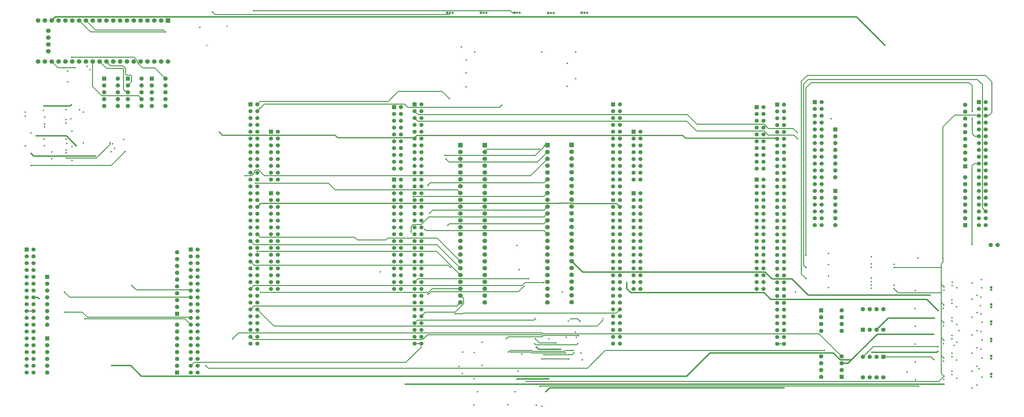
<source format=gbr>
%TF.GenerationSoftware,KiCad,Pcbnew,9.0.2+dfsg-1*%
%TF.CreationDate,2025-06-27T20:46:40-07:00*%
%TF.ProjectId,signalmesh,7369676e-616c-46d6-9573-682e6b696361,rev?*%
%TF.SameCoordinates,Original*%
%TF.FileFunction,Copper,L3,Inr*%
%TF.FilePolarity,Positive*%
%FSLAX46Y46*%
G04 Gerber Fmt 4.6, Leading zero omitted, Abs format (unit mm)*
G04 Created by KiCad (PCBNEW 9.0.2+dfsg-1) date 2025-06-27 20:46:40*
%MOMM*%
%LPD*%
G01*
G04 APERTURE LIST*
G04 Aperture macros list*
%AMRoundRect*
0 Rectangle with rounded corners*
0 $1 Rounding radius*
0 $2 $3 $4 $5 $6 $7 $8 $9 X,Y pos of 4 corners*
0 Add a 4 corners polygon primitive as box body*
4,1,4,$2,$3,$4,$5,$6,$7,$8,$9,$2,$3,0*
0 Add four circle primitives for the rounded corners*
1,1,$1+$1,$2,$3*
1,1,$1+$1,$4,$5*
1,1,$1+$1,$6,$7*
1,1,$1+$1,$8,$9*
0 Add four rect primitives between the rounded corners*
20,1,$1+$1,$2,$3,$4,$5,0*
20,1,$1+$1,$4,$5,$6,$7,0*
20,1,$1+$1,$6,$7,$8,$9,0*
20,1,$1+$1,$8,$9,$2,$3,0*%
G04 Aperture macros list end*
%TA.AperFunction,ComponentPad*%
%ADD10R,0.850000X0.850000*%
%TD*%
%TA.AperFunction,ComponentPad*%
%ADD11C,0.850000*%
%TD*%
%TA.AperFunction,ComponentPad*%
%ADD12R,1.600000X1.600000*%
%TD*%
%TA.AperFunction,ComponentPad*%
%ADD13C,1.600000*%
%TD*%
%TA.AperFunction,ComponentPad*%
%ADD14RoundRect,0.250000X0.550000X0.550000X-0.550000X0.550000X-0.550000X-0.550000X0.550000X-0.550000X0*%
%TD*%
%TA.AperFunction,ComponentPad*%
%ADD15R,1.508000X1.508000*%
%TD*%
%TA.AperFunction,ComponentPad*%
%ADD16C,1.508000*%
%TD*%
%TA.AperFunction,ComponentPad*%
%ADD17R,1.700000X1.700000*%
%TD*%
%TA.AperFunction,ComponentPad*%
%ADD18C,1.700000*%
%TD*%
%TA.AperFunction,ComponentPad*%
%ADD19RoundRect,0.250000X-0.550000X-0.550000X0.550000X-0.550000X0.550000X0.550000X-0.550000X0.550000X0*%
%TD*%
%TA.AperFunction,ComponentPad*%
%ADD20R,1.605000X1.605000*%
%TD*%
%TA.AperFunction,ComponentPad*%
%ADD21C,1.605000*%
%TD*%
%TA.AperFunction,ComponentPad*%
%ADD22R,1.530000X1.530000*%
%TD*%
%TA.AperFunction,ComponentPad*%
%ADD23C,1.530000*%
%TD*%
%TA.AperFunction,ComponentPad*%
%ADD24RoundRect,0.250000X-0.550000X0.550000X-0.550000X-0.550000X0.550000X-0.550000X0.550000X0.550000X0*%
%TD*%
%TA.AperFunction,ComponentPad*%
%ADD25RoundRect,0.250000X0.550000X-0.550000X0.550000X0.550000X-0.550000X0.550000X-0.550000X-0.550000X0*%
%TD*%
%TA.AperFunction,ViaPad*%
%ADD26C,0.600000*%
%TD*%
%TA.AperFunction,ViaPad*%
%ADD27C,0.500000*%
%TD*%
%TA.AperFunction,Conductor*%
%ADD28C,0.300000*%
%TD*%
%TA.AperFunction,Conductor*%
%ADD29C,0.500000*%
%TD*%
%TA.AperFunction,Conductor*%
%ADD30C,0.400000*%
%TD*%
G04 APERTURE END LIST*
D10*
%TO.N,Net-(J15-Pin_1)*%
%TO.C,J15*%
X556825000Y-188000000D03*
D11*
X556825000Y-189000000D03*
%TD*%
D12*
%TO.N,GND*%
%TO.C,U18*%
X227350000Y-78250000D03*
D13*
%TO.N,Net-(U18-F)*%
X227350000Y-80790000D03*
%TO.N,Net-(U18-G)*%
X227350000Y-83330000D03*
%TO.N,Net-(U18-E)*%
X227350000Y-85870000D03*
%TO.N,Net-(U18-D)*%
X227350000Y-88410000D03*
%TO.N,GND*%
X232430000Y-88410000D03*
%TO.N,Net-(U18-DP)*%
X232430000Y-85870000D03*
%TO.N,Net-(U18-C)*%
X232430000Y-83330000D03*
%TO.N,Net-(U18-B)*%
X232430000Y-80790000D03*
%TO.N,Net-(U18-A)*%
X232430000Y-78250000D03*
%TD*%
D14*
%TO.N,UUM_CAN_RD*%
%TO.C,U27*%
X501300000Y-189120000D03*
D13*
%TO.N,GND*%
X501300000Y-186580000D03*
%TO.N,VDD_UUM*%
X501300000Y-184040000D03*
%TO.N,UUM_CAN_TD*%
X501300000Y-181500000D03*
%TO.N,unconnected-(U27-Vref-Pad5)*%
X493680000Y-181500000D03*
%TO.N,/CAN-*%
X493680000Y-184040000D03*
%TO.N,/CAN+*%
X493680000Y-186580000D03*
%TO.N,unconnected-(U27-Rs-Pad8)*%
X493680000Y-189120000D03*
%TD*%
D12*
%TO.N,GND*%
%TO.C,U19*%
X236170000Y-78250000D03*
D13*
%TO.N,Net-(U19-F)*%
X236170000Y-80790000D03*
%TO.N,Net-(U19-G)*%
X236170000Y-83330000D03*
%TO.N,Net-(U19-E)*%
X236170000Y-85870000D03*
%TO.N,Net-(U19-D)*%
X236170000Y-88410000D03*
%TO.N,GND*%
X241250000Y-88410000D03*
%TO.N,Net-(U19-DP)*%
X241250000Y-85870000D03*
%TO.N,Net-(U19-C)*%
X241250000Y-83330000D03*
%TO.N,Net-(U19-B)*%
X241250000Y-80790000D03*
%TO.N,Net-(U19-A)*%
X241250000Y-78250000D03*
%TD*%
D10*
%TO.N,TDM_DBG_TX*%
%TO.C,J4*%
X404700000Y-53800000D03*
D11*
%TO.N,TDM_DBG_RX*%
X405700000Y-53800000D03*
%TO.N,GND*%
X406700000Y-53800000D03*
%TD*%
D15*
%TO.N,unconnected-(U1E-D16{slash}I2S_A_MCK-PadCN7_1)*%
%TO.C,U1*%
X335000000Y-88826000D03*
D16*
%TO.N,unconnected-(U1E-D15{slash}I2C_A_SCL-PadCN7_2)*%
X337540000Y-88826000D03*
%TO.N,unconnected-(U1E-D17{slash}I2S_A_SD-PadCN7_3)*%
X335000000Y-91366000D03*
%TO.N,unconnected-(U1E-D14{slash}I2C_A_SDA-PadCN7_4)*%
X337540000Y-91366000D03*
%TO.N,unconnected-(U1E-D18{slash}I2S_A_CK-PadCN7_5)*%
X335000000Y-93906000D03*
%TO.N,unconnected-(U1E-VREFP_CN7-PadCN7_6)*%
X337540000Y-93906000D03*
%TO.N,unconnected-(U1E-D19{slash}I2S_A_WS-PadCN7_7)*%
X335000000Y-96446000D03*
%TO.N,unconnected-(U1E-GND_CN7-PadCN7_8)*%
X337540000Y-96446000D03*
%TO.N,unconnected-(U1E-D20{slash}I2S_B_WS-PadCN7_9)*%
X335000000Y-98986000D03*
%TO.N,unconnected-(U1E-D13{slash}SPI_A_SCK-PadCN7_10)*%
X337540000Y-98986000D03*
%TO.N,unconnected-(U1E-D21{slash}I2S_B_MCK-PadCN7_11)*%
X335000000Y-101526000D03*
%TO.N,unconnected-(U1E-D12{slash}SPI_A_MISO-PadCN7_12)*%
X337540000Y-101526000D03*
%TO.N,unconnected-(U1E-D22{slash}I2S_B_SD{slash}SPI_B_MOSI-PadCN7_13)*%
X335000000Y-104066000D03*
%TO.N,unconnected-(U1E-D11{slash}SPI_A_MOSI{slash}TIM_E_PWM1-PadCN7_14)*%
X337540000Y-104066000D03*
%TO.N,unconnected-(U1E-D23{slash}I2S_B_CK{slash}SPI_B_SCK-PadCN7_15)*%
X335000000Y-106606000D03*
%TO.N,unconnected-(U1E-D10{slash}SPI_A_CS{slash}TIM_B_PWM3-PadCN7_16)*%
X337540000Y-106606000D03*
%TO.N,unconnected-(U1E-D24{slash}SPI_B_NSS-PadCN7_17)*%
X335000000Y-109146000D03*
%TO.N,unconnected-(U1E-D9{slash}TIMER_B_PWM2-PadCN7_18)*%
X337540000Y-109146000D03*
%TO.N,unconnected-(U1E-D25{slash}SPI_B_MISO-PadCN7_19)*%
X335000000Y-111686000D03*
%TO.N,unconnected-(U1E-D8{slash}IO-PadCN7_20)*%
X337540000Y-111686000D03*
D15*
%TO.N,unconnected-(U1C-NC_CN8-PadCN8_1)*%
X289280000Y-97970000D03*
D16*
%TO.N,unconnected-(U1C-D43{slash}SDMMC_D0-PadCN8_2)*%
X291820000Y-97970000D03*
%TO.N,unconnected-(U1C-IOREF_CN8-PadCN8_3)*%
X289280000Y-100510000D03*
%TO.N,unconnected-(U1C-D44{slash}SDMMC_D1{slash}I2S_A_CKIN-PadCN8_4)*%
X291820000Y-100510000D03*
%TO.N,unconnected-(U1C-NRST_CN8-PadCN8_5)*%
X289280000Y-103050000D03*
%TO.N,unconnected-(U1C-D45{slash}SDMMC_D2-PadCN8_6)*%
X291820000Y-103050000D03*
%TO.N,unconnected-(U1C-3V3_CN8-PadCN8_7)*%
X289280000Y-105590000D03*
%TO.N,unconnected-(U1C-D46{slash}SDMMC_D3-PadCN8_8)*%
X291820000Y-105590000D03*
%TO.N,unconnected-(U1C-5V_CN8-PadCN8_9)*%
X289280000Y-108130000D03*
%TO.N,unconnected-(U1C-D47{slash}SDMMC_CK-PadCN8_10)*%
X291820000Y-108130000D03*
%TO.N,Net-(U1C-GND_CN8-PadCN8_11)*%
X289280000Y-110670000D03*
%TO.N,unconnected-(U1C-D48{slash}SDMMC_CMD-PadCN8_12)*%
X291820000Y-110670000D03*
%TO.N,Net-(U1C-GND_CN8-PadCN8_11)*%
X289280000Y-113210000D03*
%TO.N,unconnected-(U1C-D49{slash}IO-PadCN8_14)*%
X291820000Y-113210000D03*
%TO.N,unconnected-(U1C-VIN_CN8-PadCN8_15)*%
X289280000Y-115750000D03*
%TO.N,unconnected-(U1C-D50{slash}IO-PadCN8_16)*%
X291820000Y-115750000D03*
D15*
%TO.N,unconnected-(U1D-A0{slash}ADC12_INP15-PadCN9_1)*%
X289280000Y-120830000D03*
D16*
%TO.N,unconnected-(U1D-D51{slash}USART_B_SCLK-PadCN9_2)*%
X291820000Y-120830000D03*
%TO.N,unconnected-(U1D-A1{slash}ADC123_INP10-PadCN9_3)*%
X289280000Y-123370000D03*
%TO.N,unconnected-(U1D-D52{slash}USART_B_RX-PadCN9_4)*%
X291820000Y-123370000D03*
%TO.N,unconnected-(U1D-A2{slash}ADC12_INP13-PadCN9_5)*%
X289280000Y-125910000D03*
%TO.N,unconnected-(U1D-D53{slash}USART_B_TX-PadCN9_6)*%
X291820000Y-125910000D03*
%TO.N,unconnected-(U1D-A3{slash}ADC12_INP5-PadCN9_7)*%
X289280000Y-128450000D03*
%TO.N,unconnected-(U1D-D54{slash}USART_B_RTS-PadCN9_8)*%
X291820000Y-128450000D03*
%TO.N,unconnected-(U1D-A4{slash}ADC123_INP12{slash}I2C1_SDA-PadCN9_9)*%
X289280000Y-130990000D03*
%TO.N,unconnected-(U1D-D55{slash}USART_B_CTS-PadCN9_10)*%
X291820000Y-130990000D03*
%TO.N,unconnected-(U1D-A5{slash}ADC3_INP6{slash}I2C1_SCL-PadCN9_11)*%
X289280000Y-133530000D03*
%TO.N,Net-(U1D-GND_CN9-PadCN9_12)*%
X291820000Y-133530000D03*
%TO.N,unconnected-(U1D-D72{slash}COMP1_INP-PadCN9_13)*%
X289280000Y-136070000D03*
%TO.N,unconnected-(U1D-D56{slash}SAI_A_MCLK-PadCN9_14)*%
X291820000Y-136070000D03*
%TO.N,unconnected-(U1D-D71{slash}COMP2_INP-PadCN9_15)*%
X289280000Y-138610000D03*
%TO.N,unconnected-(U1D-D57{slash}SAI_A_FS-PadCN9_16)*%
X291820000Y-138610000D03*
%TO.N,unconnected-(U1D-D70{slash}I2C_B_SMBA-PadCN9_17)*%
X289280000Y-141150000D03*
%TO.N,unconnected-(U1D-D58{slash}SAI_A_SCK-PadCN9_18)*%
X291820000Y-141150000D03*
%TO.N,unconnected-(U1D-D69{slash}I2C_B_SCL-PadCN9_19)*%
X289280000Y-143690000D03*
%TO.N,unconnected-(U1D-D59{slash}SAI_A_SD-PadCN9_20)*%
X291820000Y-143690000D03*
%TO.N,unconnected-(U1D-D68{slash}I2C_B_SDA-PadCN9_21)*%
X289280000Y-146230000D03*
%TO.N,unconnected-(U1D-D60{slash}SAI_B_SD-PadCN9_22)*%
X291820000Y-146230000D03*
%TO.N,Net-(U1D-GND_CN9-PadCN9_12)*%
X289280000Y-148770000D03*
%TO.N,unconnected-(U1D-D61{slash}SAI_B_SCK-PadCN9_24)*%
X291820000Y-148770000D03*
%TO.N,unconnected-(U1D-D67{slash}CAN_RX-PadCN9_25)*%
X289280000Y-151310000D03*
%TO.N,unconnected-(U1D-D62{slash}SAI_B_MCLK-PadCN9_26)*%
X291820000Y-151310000D03*
%TO.N,unconnected-(U1D-D66{slash}CAN_TX-PadCN9_27)*%
X289280000Y-153850000D03*
%TO.N,unconnected-(U1D-D63{slash}SAI_B_FS-PadCN9_28)*%
X291820000Y-153850000D03*
%TO.N,unconnected-(U1D-D65{slash}IO-PadCN9_29)*%
X289280000Y-156390000D03*
%TO.N,unconnected-(U1D-D64{slash}IO-PadCN9_30)*%
X291820000Y-156390000D03*
D15*
%TO.N,unconnected-(U1F-AVDD-PadCN10_1)*%
X335000000Y-115750000D03*
D16*
%TO.N,unconnected-(U1F-D7{slash}IO-PadCN10_2)*%
X337540000Y-115750000D03*
%TO.N,unconnected-(U1F-AGND_CN10-PadCN10_3)*%
X335000000Y-118290000D03*
%TO.N,unconnected-(U1F-D6{slash}TIMER_A_PWM1-PadCN10_4)*%
X337540000Y-118290000D03*
%TO.N,Net-(U1F-GND_CN10-PadCN10_17)*%
X335000000Y-120830000D03*
%TO.N,unconnected-(U1F-D5{slash}TIMER_A_PWM2-PadCN10_6)*%
X337540000Y-120830000D03*
%TO.N,unconnected-(U1F-A6{slash}ADC_A_IN-PadCN10_7)*%
X335000000Y-123370000D03*
%TO.N,unconnected-(U1F-D4{slash}IO-PadCN10_8)*%
X337540000Y-123370000D03*
%TO.N,unconnected-(U1F-A7{slash}ADC_B_IN-PadCN10_9)*%
X335000000Y-125910000D03*
%TO.N,unconnected-(U1F-D3{slash}TIMER_A_PWM3-PadCN10_10)*%
X337540000Y-125910000D03*
%TO.N,unconnected-(U1F-A8{slash}ADC_C_IN-PadCN10_11)*%
X335000000Y-128450000D03*
%TO.N,unconnected-(U1F-D2{slash}IO-PadCN10_12)*%
X337540000Y-128450000D03*
%TO.N,unconnected-(U1F-D26{slash}QSPI_CS-PadCN10_13)*%
X335000000Y-130990000D03*
%TO.N,unconnected-(U1F-D1{slash}USART_A_TX-PadCN10_14)*%
X337540000Y-130990000D03*
%TO.N,unconnected-(U1F-D27{slash}QSPI_CLK-PadCN10_15)*%
X335000000Y-133530000D03*
%TO.N,unconnected-(U1F-D0{slash}USART_A_RX-PadCN10_16)*%
X337540000Y-133530000D03*
%TO.N,Net-(U1F-GND_CN10-PadCN10_17)*%
X335000000Y-136070000D03*
%TO.N,unconnected-(U1F-D42{slash}TIMER_A_PWM1N-PadCN10_18)*%
X337540000Y-136070000D03*
%TO.N,unconnected-(U1F-D28{slash}QSPI_BK1_IO3-PadCN10_19)*%
X335000000Y-138610000D03*
%TO.N,unconnected-(U1F-D41{slash}TIMER_A_ETR-PadCN10_20)*%
X337540000Y-138610000D03*
%TO.N,unconnected-(U1F-D29{slash}QSPI_BK1_IO1-PadCN10_21)*%
X335000000Y-141150000D03*
%TO.N,Net-(U1F-GND_CN10-PadCN10_17)*%
X337540000Y-141150000D03*
%TO.N,unconnected-(U1F-D30{slash}QSPI_BK1_IO0-PadCN10_23)*%
X335000000Y-143690000D03*
%TO.N,unconnected-(U1F-D40{slash}TIMER_A_PWM2N-PadCN10_24)*%
X337540000Y-143690000D03*
%TO.N,unconnected-(U1F-D31{slash}QSPI_BK1_IO2-PadCN10_25)*%
X335000000Y-146230000D03*
%TO.N,unconnected-(U1F-D39{slash}TIMER_A_PWM3N-PadCN10_26)*%
X337540000Y-146230000D03*
%TO.N,Net-(U1F-GND_CN10-PadCN10_17)*%
X335000000Y-148770000D03*
%TO.N,unconnected-(U1F-D38{slash}TIMER_A_BKIN2-PadCN10_28)*%
X337540000Y-148770000D03*
%TO.N,unconnected-(U1F-D32{slash}TIMER_C_PWM1-PadCN10_29)*%
X335000000Y-151310000D03*
%TO.N,unconnected-(U1F-D37{slash}TIMER_A_BKIN1-PadCN10_30)*%
X337540000Y-151310000D03*
%TO.N,unconnected-(U1F-D33{slash}TIMER_D_PWM1-PadCN10_31)*%
X335000000Y-153850000D03*
%TO.N,unconnected-(U1F-D36{slash}TIMER_C_PWM2-PadCN10_32)*%
X337540000Y-153850000D03*
%TO.N,unconnected-(U1F-D34{slash}TIMER_B_ETR-PadCN10_33)*%
X335000000Y-156390000D03*
%TO.N,unconnected-(U1F-D35{slash}TIMER_C_PWM3-PadCN10_34)*%
X337540000Y-156390000D03*
D15*
%TO.N,AAM_CMD_TX*%
X281660000Y-87810000D03*
D16*
%TO.N,AAM_CMD_RX*%
X284200000Y-87810000D03*
%TO.N,AAM_DBG_TX*%
X281660000Y-90350000D03*
%TO.N,AAM_DBG_RX*%
X284200000Y-90350000D03*
%TO.N,unconnected-(U1A-3V3_VDD-PadCN11_5)*%
X281660000Y-92890000D03*
%TO.N,unconnected-(U1A-5V_EXT-PadCN11_6)*%
X284200000Y-92890000D03*
%TO.N,unconnected-(U1A-BOOT0-PadCN11_7)*%
X281660000Y-95430000D03*
%TO.N,GND*%
X284200000Y-95430000D03*
%TO.N,unconnected-(U1A-PF6-PadCN11_9)*%
X281660000Y-97970000D03*
%TO.N,unconnected-(U1A-NC-PadCN11_10)*%
X284200000Y-97970000D03*
%TO.N,unconnected-(U1A-PF7-PadCN11_11)*%
X281660000Y-100510000D03*
%TO.N,unconnected-(U1A-IOREF-PadCN11_12)*%
X284200000Y-100510000D03*
%TO.N,unconnected-(U1A-PA13-PadCN11_13)*%
X281660000Y-103050000D03*
%TO.N,unconnected-(U1A-NRST-PadCN11_14)*%
X284200000Y-103050000D03*
%TO.N,unconnected-(U1A-PA14-PadCN11_15)*%
X281660000Y-105590000D03*
%TO.N,unconnected-(U1A-3V3-PadCN11_16)*%
X284200000Y-105590000D03*
%TO.N,unconnected-(U1A-PA15-PadCN11_17)*%
X281660000Y-108130000D03*
%TO.N,5V_AAM*%
X284200000Y-108130000D03*
%TO.N,GND*%
X281660000Y-110670000D03*
X284200000Y-110670000D03*
%TO.N,AAM_FMC_NL*%
X281660000Y-113210000D03*
%TO.N,GND*%
X284200000Y-113210000D03*
%TO.N,unconnected-(U1A-PC13-PadCN11_23)*%
X281660000Y-115750000D03*
%TO.N,unconnected-(U1A-VIN-PadCN11_24)*%
X284200000Y-115750000D03*
%TO.N,unconnected-(U1A-PC14-PadCN11_25)*%
X281660000Y-118290000D03*
%TO.N,unconnected-(U1A-NC-PadCN11_26)*%
X284200000Y-118290000D03*
%TO.N,unconnected-(U1A-PC15-PadCN11_27)*%
X281660000Y-120830000D03*
%TO.N,unconnected-(U1A-PA0-PadCN11_28)*%
X284200000Y-120830000D03*
%TO.N,unconnected-(U1A-PH0-PadCN11_29)*%
X281660000Y-123370000D03*
%TO.N,unconnected-(U1A-PA1-PadCN11_30)*%
X284200000Y-123370000D03*
%TO.N,unconnected-(U1A-PH1-PadCN11_31)*%
X281660000Y-125910000D03*
%TO.N,AAM_DAC_R*%
X284200000Y-125910000D03*
%TO.N,unconnected-(U1A-VBAT-PadCN11_33)*%
X281660000Y-128450000D03*
%TO.N,unconnected-(U1A-PB0-PadCN11_34)*%
X284200000Y-128450000D03*
%TO.N,unconnected-(U1A-PC2-PadCN11_35)*%
X281660000Y-130990000D03*
%TO.N,unconnected-(U1A-PC1-PadCN11_36)*%
X284200000Y-130990000D03*
%TO.N,unconnected-(U1A-PC3-PadCN11_37)*%
X281660000Y-133530000D03*
%TO.N,unconnected-(U1A-PC0-PadCN11_38)*%
X284200000Y-133530000D03*
%TO.N,AAM_FMC_NOE*%
X281660000Y-136070000D03*
%TO.N,AAM_FMC_CLK*%
X284200000Y-136070000D03*
%TO.N,AAM_FMC_NWE*%
X281660000Y-138610000D03*
%TO.N,unconnected-(U1A-PG2-PadCN11_42)*%
X284200000Y-138610000D03*
%TO.N,unconnected-(U1A-PD6-PadCN11_43)*%
X281660000Y-141150000D03*
%TO.N,unconnected-(U1A-PG3-PadCN11_44)*%
X284200000Y-141150000D03*
%TO.N,unconnected-(U1A-PD7-PadCN11_45)*%
X281660000Y-143690000D03*
%TO.N,unconnected-(U1A-PE2-PadCN11_46)*%
X284200000Y-143690000D03*
%TO.N,AAM_INTRPT_RX*%
X281660000Y-146230000D03*
%TO.N,unconnected-(U1A-PE4-PadCN11_48)*%
X284200000Y-146230000D03*
%TO.N,GND*%
X281660000Y-148770000D03*
%TO.N,unconnected-(U1A-PE5-PadCN11_50)*%
X284200000Y-148770000D03*
%TO.N,unconnected-(U1A-PF1-PadCN11_51)*%
X281660000Y-151310000D03*
%TO.N,unconnected-(U1A-PF2-PadCN11_52)*%
X284200000Y-151310000D03*
%TO.N,unconnected-(U1A-PF0-PadCN11_53)*%
X281660000Y-153850000D03*
%TO.N,unconnected-(U1A-PF8-PadCN11_54)*%
X284200000Y-153850000D03*
%TO.N,AAM_FMC_D3*%
X281660000Y-156390000D03*
%TO.N,unconnected-(U1A-PF9-PadCN11_56)*%
X284200000Y-156390000D03*
%TO.N,AAM_FMC_D2*%
X281660000Y-158930000D03*
%TO.N,unconnected-(U1A-PG1-PadCN11_58)*%
X284200000Y-158930000D03*
%TO.N,unconnected-(U1A-PG0-PadCN11_59)*%
X281660000Y-161470000D03*
%TO.N,GND*%
X284200000Y-161470000D03*
%TO.N,AAM_FMC_NBL1*%
X281660000Y-164010000D03*
%TO.N,AAM_INTRPT_TX*%
X284200000Y-164010000D03*
%TO.N,unconnected-(U1A-PG9-PadCN11_63)*%
X281660000Y-166550000D03*
%TO.N,unconnected-(U1A-PG15-PadCN11_64)*%
X284200000Y-166550000D03*
%TO.N,unconnected-(U1A-PG12-PadCN11_65)*%
X281660000Y-169090000D03*
%TO.N,unconnected-(U1A-PG10-PadCN11_66)*%
X284200000Y-169090000D03*
%TO.N,unconnected-(U1A-NC-PadCN11_67)*%
X281660000Y-171630000D03*
%TO.N,unconnected-(U1A-PG13-PadCN11_68)*%
X284200000Y-171630000D03*
%TO.N,ACM_FMC_D14*%
X281660000Y-174170000D03*
%TO.N,unconnected-(U1A-PG11-PadCN11_70)*%
X284200000Y-174170000D03*
%TO.N,GND*%
X281660000Y-176710000D03*
X284200000Y-176710000D03*
D15*
%TO.N,unconnected-(U1B-PC9-PadCN12_1)*%
X342620000Y-87830000D03*
D16*
%TO.N,unconnected-(U1B-PC8-PadCN12_2)*%
X345160000Y-87830000D03*
%TO.N,AAM_CAN_RD*%
X342620000Y-90370000D03*
%TO.N,unconnected-(U1B-PC6-PadCN12_4)*%
X345160000Y-90370000D03*
%TO.N,AAM_CAN_TD*%
X342620000Y-92910000D03*
%TO.N,unconnected-(U1B-PC5-PadCN12_6)*%
X345160000Y-92910000D03*
%TO.N,unconnected-(U1B-VREFP-PadCN12_7)*%
X342620000Y-95450000D03*
%TO.N,unconnected-(U1B-5V_USB_STLK-PadCN12_8)*%
X345160000Y-95450000D03*
%TO.N,Net-(U1B-GND_CN12-PadCN12_20)*%
X342620000Y-97990000D03*
%TO.N,AAM_FMC_D13*%
X345160000Y-97990000D03*
%TO.N,AAM_DAC_L*%
X342620000Y-100530000D03*
%TO.N,unconnected-(U1B-PA12-PadCN12_12)*%
X345160000Y-100530000D03*
%TO.N,unconnected-(U1B-PA6-PadCN12_13)*%
X342620000Y-103070000D03*
%TO.N,unconnected-(U1B-PA11-PadCN12_14)*%
X345160000Y-103070000D03*
%TO.N,unconnected-(U1B-PA7-PadCN12_15)*%
X342620000Y-105610000D03*
%TO.N,unconnected-(U1B-PB12-PadCN12_16)*%
X345160000Y-105610000D03*
%TO.N,unconnected-(U1B-PB6-PadCN12_17)*%
X342620000Y-108150000D03*
%TO.N,unconnected-(U1B-PB11-PadCN12_18)*%
X345160000Y-108150000D03*
%TO.N,AAM_FMC_NE*%
X342620000Y-110690000D03*
%TO.N,Net-(U1B-GND_CN12-PadCN12_20)*%
X345160000Y-110690000D03*
%TO.N,unconnected-(U1B-PA9-PadCN12_21)*%
X342620000Y-113230000D03*
%TO.N,unconnected-(U1B-PB2-PadCN12_22)*%
X345160000Y-113230000D03*
%TO.N,unconnected-(U1B-PA8-PadCN12_23)*%
X342620000Y-115770000D03*
%TO.N,unconnected-(U1B-PB1-PadCN12_24)*%
X345160000Y-115770000D03*
%TO.N,unconnected-(U1B-PB10-PadCN12_25)*%
X342620000Y-118310000D03*
%TO.N,unconnected-(U1B-PB15-PadCN12_26)*%
X345160000Y-118310000D03*
%TO.N,unconnected-(U1B-PB4-PadCN12_27)*%
X342620000Y-120850000D03*
%TO.N,unconnected-(U1B-PB14-PadCN12_28)*%
X345160000Y-120850000D03*
%TO.N,unconnected-(U1B-PB5-PadCN12_29)*%
X342620000Y-123390000D03*
%TO.N,unconnected-(U1B-PB13-PadCN12_30)*%
X345160000Y-123390000D03*
%TO.N,unconnected-(U1B-PB3-PadCN12_31)*%
X342620000Y-125930000D03*
%TO.N,unconnected-(U1B-AGND_CN12-PadCN12_32)*%
X345160000Y-125930000D03*
%TO.N,unconnected-(U1B-PA10-PadCN12_33)*%
X342620000Y-128470000D03*
%TO.N,unconnected-(U1B-PC4-PadCN12_34)*%
X345160000Y-128470000D03*
%TO.N,unconnected-(U1B-PA2-PadCN12_35)*%
X342620000Y-131010000D03*
%TO.N,unconnected-(U1B-PF5-PadCN12_36)*%
X345160000Y-131010000D03*
%TO.N,unconnected-(U1B-PA3-PadCN12_37)*%
X342620000Y-133550000D03*
%TO.N,unconnected-(U1B-PF4-PadCN12_38)*%
X345160000Y-133550000D03*
%TO.N,Net-(U1B-GND_CN12-PadCN12_20)*%
X342620000Y-136090000D03*
%TO.N,AAM_FMC_D5*%
X345160000Y-136090000D03*
%TO.N,unconnected-(U1B-PD13-PadCN12_41)*%
X342620000Y-138630000D03*
%TO.N,unconnected-(U1B-PF10-PadCN12_42)*%
X345160000Y-138630000D03*
%TO.N,unconnected-(U1B-PD12-PadCN12_43)*%
X342620000Y-141170000D03*
%TO.N,AAM_FMC_D4*%
X345160000Y-141170000D03*
%TO.N,unconnected-(U1B-PD11-PadCN12_45)*%
X342620000Y-143710000D03*
%TO.N,AAM_FMC_D0*%
X345160000Y-143710000D03*
%TO.N,AAM_FMC_D7*%
X342620000Y-146250000D03*
%TO.N,AAM_FMC_D1*%
X345160000Y-146250000D03*
%TO.N,AAM_FMC_D9*%
X342620000Y-148790000D03*
%TO.N,unconnected-(U1B-PF14-PadCN12_50)*%
X345160000Y-148790000D03*
%TO.N,AAM_FMC_D11*%
X342620000Y-151330000D03*
%TO.N,AAM_FMC_D6*%
X345160000Y-151330000D03*
%TO.N,AAM_FMC_D12*%
X342620000Y-153870000D03*
%TO.N,Net-(U1B-GND_CN12-PadCN12_20)*%
X345160000Y-153870000D03*
%TO.N,AAM_FMC_D10*%
X342620000Y-156410000D03*
%TO.N,AAM_FMC_D8*%
X345160000Y-156410000D03*
%TO.N,unconnected-(U1B-PF13-PadCN12_57)*%
X342620000Y-158950000D03*
%TO.N,unconnected-(U1B-PF3-PadCN12_58)*%
X345160000Y-158950000D03*
%TO.N,unconnected-(U1B-PF12-PadCN12_59)*%
X342620000Y-161490000D03*
%TO.N,unconnected-(U1B-PF15-PadCN12_60)*%
X345160000Y-161490000D03*
%TO.N,unconnected-(U1B-PG14-PadCN12_61)*%
X342620000Y-164030000D03*
%TO.N,unconnected-(U1B-PF11-PadCN12_62)*%
X345160000Y-164030000D03*
%TO.N,Net-(U1B-GND_CN12-PadCN12_20)*%
X342620000Y-166570000D03*
%TO.N,AAM_FMC_NBL0*%
X345160000Y-166570000D03*
%TO.N,ACM_FMC_D15*%
X342620000Y-169110000D03*
%TO.N,unconnected-(U1B-PG8-PadCN12_66)*%
X345160000Y-169110000D03*
%TO.N,unconnected-(U1B-PG7-PadCN12_67)*%
X342620000Y-171650000D03*
%TO.N,unconnected-(U1B-PG5-PadCN12_68)*%
X345160000Y-171650000D03*
%TO.N,unconnected-(U1B-PG4-PadCN12_69)*%
X342620000Y-174190000D03*
%TO.N,unconnected-(U1B-PG6-PadCN12_70)*%
X345160000Y-174190000D03*
%TO.N,Net-(U1B-GND_CN12-PadCN12_20)*%
X342620000Y-176730000D03*
X345160000Y-176730000D03*
%TD*%
D17*
%TO.N,AAM_FMC_D0*%
%TO.C,J9*%
X401010000Y-102940000D03*
D18*
%TO.N,AAM_FMC_D1*%
X401010000Y-105480000D03*
%TO.N,AAM_FMC_D2*%
X401010000Y-108020000D03*
%TO.N,AAM_FMC_D3*%
X401010000Y-110560000D03*
%TO.N,AAM_FMC_D4*%
X401010000Y-113100000D03*
%TO.N,AAM_FMC_D5*%
X401010000Y-115640000D03*
%TO.N,AAM_FMC_D6*%
X401010000Y-118180000D03*
%TO.N,AAM_FMC_D7*%
X401010000Y-120720000D03*
%TO.N,AAM_FMC_D8*%
X401010000Y-123260000D03*
%TO.N,AAM_FMC_D9*%
X401010000Y-125800000D03*
%TO.N,AAM_FMC_D10*%
X401010000Y-128340000D03*
%TO.N,AAM_FMC_D11*%
X401010000Y-130880000D03*
%TO.N,AAM_FMC_D12*%
X401010000Y-133420000D03*
%TO.N,AAM_FMC_D13*%
X401010000Y-135960000D03*
%TO.N,ACM_FMC_D14*%
X401010000Y-138500000D03*
%TO.N,ACM_FMC_D15*%
X401010000Y-141040000D03*
%TO.N,unconnected-(J9-Pin_17-Pad17)*%
X401010000Y-143580000D03*
%TO.N,5V_ACM*%
X401010000Y-146120000D03*
%TO.N,unconnected-(J2-Pin_19-Pad19)*%
X401010000Y-148660000D03*
%TO.N,unconnected-(J2-Pin_20-Pad20)*%
X401010000Y-151200000D03*
%TO.N,unconnected-(J2-Pin_21-Pad21)*%
X401010000Y-153740000D03*
%TO.N,unconnected-(J2-Pin_22-Pad22)*%
X401010000Y-156280000D03*
%TO.N,GND*%
X401010000Y-158820000D03*
%TO.N,3V3_ACM*%
X401010000Y-161360000D03*
%TD*%
D13*
%TO.N,GND*%
%TO.C,TH1*%
X556660000Y-140100000D03*
%TO.N,Net-(U9B-PC7)*%
X559200000Y-140100000D03*
%TD*%
D12*
%TO.N,GND*%
%TO.C,U2*%
X245000000Y-78250000D03*
D13*
%TO.N,Net-(U2-F)*%
X245000000Y-80790000D03*
%TO.N,Net-(U2-G)*%
X245000000Y-83330000D03*
%TO.N,Net-(U2-E)*%
X245000000Y-85870000D03*
%TO.N,Net-(U2-D)*%
X245000000Y-88410000D03*
%TO.N,GND*%
X250080000Y-88410000D03*
%TO.N,Net-(U2-DP)*%
X250080000Y-85870000D03*
%TO.N,Net-(U2-C)*%
X250080000Y-83330000D03*
%TO.N,Net-(U2-B)*%
X250080000Y-80790000D03*
%TO.N,Net-(U2-A)*%
X250080000Y-78250000D03*
%TD*%
D17*
%TO.N,ACM_SPI_CS*%
%TO.C,J1*%
X368700000Y-102980000D03*
D18*
%TO.N,ACM_SPI_MOSI*%
X368700000Y-105520000D03*
%TO.N,ACM_SPI_SCLK*%
X368700000Y-108060000D03*
%TO.N,ACM_SPI_MISO*%
X368700000Y-110600000D03*
%TO.N,ACM_DBG_TX*%
X368700000Y-113140000D03*
%TO.N,ACM_DBG_RX*%
X368700000Y-115680000D03*
%TO.N,AAM_CMD_RX*%
X368700000Y-118220000D03*
%TO.N,AAM_CMD_TX*%
X368700000Y-120760000D03*
%TO.N,ACM_LED_FAIL*%
X368700000Y-123300000D03*
%TO.N,ACM_LED_OK*%
X368700000Y-125840000D03*
%TO.N,ACM_LED_WARN*%
X368700000Y-128380000D03*
%TO.N,unconnected-(J1-Pin_12-Pad12)*%
X368700000Y-130920000D03*
%TO.N,unconnected-(J1-Pin_13-Pad13)*%
X368700000Y-133460000D03*
%TO.N,unconnected-(J1-Pin_14-Pad14)*%
X368700000Y-136000000D03*
%TO.N,unconnected-(J1-Pin_15-Pad15)*%
X368700000Y-138540000D03*
%TO.N,unconnected-(J1-Pin_16-Pad16)*%
X368700000Y-141080000D03*
%TO.N,unconnected-(J1-Pin_17-Pad17)*%
X368700000Y-143620000D03*
%TO.N,AAM_FMC_CLK*%
X368700000Y-146160000D03*
%TO.N,AAM_FMC_NWE*%
X368700000Y-148700000D03*
%TO.N,AAM_FMC_NOE*%
X368700000Y-151240000D03*
%TO.N,AAM_FMC_NE*%
X368700000Y-153780000D03*
%TO.N,AAM_FMC_NL*%
X368700000Y-156320000D03*
%TO.N,AAM_FMC_NBL0*%
X368700000Y-158860000D03*
%TO.N,AAM_FMC_NBL1*%
X368700000Y-161400000D03*
%TD*%
D17*
%TO.N,ACM_SPI_CS*%
%TO.C,J8*%
X359700000Y-102980000D03*
D18*
%TO.N,ACM_SPI_MOSI*%
X359700000Y-105520000D03*
%TO.N,ACM_SPI_SCLK*%
X359700000Y-108060000D03*
%TO.N,ACM_SPI_MISO*%
X359700000Y-110600000D03*
%TO.N,ACM_DBG_TX*%
X359700000Y-113140000D03*
%TO.N,ACM_DBG_RX*%
X359700000Y-115680000D03*
%TO.N,AAM_CMD_RX*%
X359700000Y-118220000D03*
%TO.N,AAM_CMD_TX*%
X359700000Y-120760000D03*
%TO.N,ACM_LED_FAIL*%
X359700000Y-123300000D03*
%TO.N,ACM_LED_OK*%
X359700000Y-125840000D03*
%TO.N,ACM_LED_WARN*%
X359700000Y-128380000D03*
%TO.N,unconnected-(J1-Pin_12-Pad12)*%
X359700000Y-130920000D03*
%TO.N,unconnected-(J1-Pin_13-Pad13)*%
X359700000Y-133460000D03*
%TO.N,unconnected-(J1-Pin_14-Pad14)*%
X359700000Y-136000000D03*
%TO.N,unconnected-(J1-Pin_15-Pad15)*%
X359700000Y-138540000D03*
%TO.N,unconnected-(J1-Pin_16-Pad16)*%
X359700000Y-141080000D03*
%TO.N,unconnected-(J1-Pin_17-Pad17)*%
X359700000Y-143620000D03*
%TO.N,AAM_FMC_CLK*%
X359700000Y-146160000D03*
%TO.N,AAM_FMC_NWE*%
X359700000Y-148700000D03*
%TO.N,AAM_FMC_NOE*%
X359700000Y-151240000D03*
%TO.N,AAM_FMC_NE*%
X359700000Y-153780000D03*
%TO.N,AAM_FMC_NL*%
X359700000Y-156320000D03*
%TO.N,AAM_FMC_NBL0*%
X359700000Y-158860000D03*
%TO.N,AAM_FMC_NBL1*%
X359700000Y-161400000D03*
%TD*%
D19*
%TO.N,AAM_CAN_RD*%
%TO.C,U29*%
X493690000Y-164420000D03*
D13*
%TO.N,GND*%
X493690000Y-166960000D03*
%TO.N,VDD_AAM*%
X493690000Y-169500000D03*
%TO.N,AAM_CAN_TD*%
X493690000Y-172040000D03*
%TO.N,unconnected-(U29-Vref-Pad5)*%
X501310000Y-172040000D03*
%TO.N,/CAN-*%
X501310000Y-169500000D03*
%TO.N,/CAN+*%
X501310000Y-166960000D03*
%TO.N,unconnected-(U29-Rs-Pad8)*%
X501310000Y-164420000D03*
%TD*%
D17*
%TO.N,AAM_FMC_D0*%
%TO.C,J2*%
X392010000Y-102980000D03*
D18*
%TO.N,AAM_FMC_D1*%
X392010000Y-105520000D03*
%TO.N,AAM_FMC_D2*%
X392010000Y-108060000D03*
%TO.N,AAM_FMC_D3*%
X392010000Y-110600000D03*
%TO.N,AAM_FMC_D4*%
X392010000Y-113140000D03*
%TO.N,AAM_FMC_D5*%
X392010000Y-115680000D03*
%TO.N,AAM_FMC_D6*%
X392010000Y-118220000D03*
%TO.N,AAM_FMC_D7*%
X392010000Y-120760000D03*
%TO.N,AAM_FMC_D8*%
X392010000Y-123300000D03*
%TO.N,AAM_FMC_D9*%
X392010000Y-125840000D03*
%TO.N,AAM_FMC_D10*%
X392010000Y-128380000D03*
%TO.N,AAM_FMC_D11*%
X392010000Y-130920000D03*
%TO.N,AAM_FMC_D12*%
X392010000Y-133460000D03*
%TO.N,AAM_FMC_D13*%
X392010000Y-136000000D03*
%TO.N,ACM_FMC_D14*%
X392010000Y-138540000D03*
%TO.N,ACM_FMC_D15*%
X392010000Y-141080000D03*
%TO.N,unconnected-(J2-Pin_17-Pad17)*%
X392010000Y-143620000D03*
%TO.N,5V_ACM*%
X392010000Y-146160000D03*
%TO.N,unconnected-(J2-Pin_19-Pad19)*%
X392010000Y-148700000D03*
%TO.N,unconnected-(J2-Pin_20-Pad20)*%
X392010000Y-151240000D03*
%TO.N,unconnected-(J2-Pin_21-Pad21)*%
X392010000Y-153780000D03*
%TO.N,unconnected-(J2-Pin_22-Pad22)*%
X392010000Y-156320000D03*
%TO.N,GND*%
X392010000Y-158860000D03*
%TO.N,3V3_ACM*%
X392010000Y-161400000D03*
%TD*%
D20*
%TO.N,N/C*%
%TO.C,U9*%
X547240000Y-110880000D03*
D21*
X547240000Y-108340000D03*
X547240000Y-105800000D03*
X547240000Y-103260000D03*
X547240000Y-100720000D03*
X547240000Y-98180000D03*
X547240000Y-95640000D03*
X547240000Y-93100000D03*
X547240000Y-90560000D03*
X547240000Y-88020000D03*
D20*
X498980000Y-97160000D03*
D21*
X498980000Y-99700000D03*
X498980000Y-102240000D03*
X498980000Y-104780000D03*
X498980000Y-107320000D03*
X498980000Y-109860000D03*
X498980000Y-112400000D03*
X498980000Y-114940000D03*
D22*
X491360000Y-87000000D03*
D23*
X493900000Y-87000000D03*
X491360000Y-89540000D03*
X493900000Y-89540000D03*
X491360000Y-92080000D03*
X493900000Y-92080000D03*
X491360000Y-94620000D03*
X493900000Y-94620000D03*
X491360000Y-97160000D03*
X493900000Y-97160000D03*
X491360000Y-99700000D03*
X493900000Y-99700000D03*
X491360000Y-102240000D03*
X493900000Y-102240000D03*
X491360000Y-104780000D03*
X493900000Y-104780000D03*
X491360000Y-107320000D03*
X493900000Y-107320000D03*
X491360000Y-109860000D03*
X493900000Y-109860000D03*
X491360000Y-112400000D03*
X493900000Y-112400000D03*
X491360000Y-114940000D03*
X493900000Y-114940000D03*
X491360000Y-117480000D03*
X493900000Y-117480000D03*
X491360000Y-120020000D03*
X493900000Y-120020000D03*
X491360000Y-122560000D03*
X493900000Y-122560000D03*
X491360000Y-125100000D03*
X493900000Y-125100000D03*
X491360000Y-127640000D03*
X493900000Y-127640000D03*
X491360000Y-130180000D03*
X493900000Y-130180000D03*
X491360000Y-132720000D03*
X493900000Y-132720000D03*
D20*
X498980000Y-120020000D03*
D21*
X498980000Y-122560000D03*
X498980000Y-125100000D03*
X498980000Y-127640000D03*
X498980000Y-130180000D03*
X498980000Y-132720000D03*
D20*
X547240000Y-132720000D03*
D21*
X547240000Y-130180000D03*
X547240000Y-127640000D03*
X547240000Y-125100000D03*
X547240000Y-122560000D03*
X547240000Y-120020000D03*
X547240000Y-117480000D03*
X547240000Y-114940000D03*
D22*
%TO.N,unconnected-(U9B-PC9-PadCN10_1)*%
X552320000Y-87000000D03*
D23*
%TO.N,unconnected-(U9B-PC8-PadCN10_2)*%
X554860000Y-87000000D03*
%TO.N,TDM_I2C1_SCL*%
X552320000Y-89540000D03*
%TO.N,unconnected-(U9B-PC6-PadCN10_4)*%
X554860000Y-89540000D03*
%TO.N,TDM_I2C1_SDA*%
X552320000Y-92080000D03*
%TO.N,TDM_LED_FAIL*%
X554860000Y-92080000D03*
%TO.N,unconnected-(U9B-AVDD-PadCN10_7)*%
X552320000Y-94620000D03*
%TO.N,5V_TDM*%
X554860000Y-94620000D03*
%TO.N,GND*%
X552320000Y-97160000D03*
%TO.N,N/C*%
X554860000Y-97160000D03*
%TO.N,TDM_LED_OK*%
X552320000Y-99700000D03*
%TO.N,TDM_CAN_TD*%
X554860000Y-99700000D03*
%TO.N,unconnected-(U9B-PA6-PadCN10_13)*%
X552320000Y-102240000D03*
%TO.N,TDM_CAN_RD*%
X554860000Y-102240000D03*
%TO.N,unconnected-(U9B-PA7-PadCN10_15)*%
X552320000Y-104780000D03*
%TO.N,unconnected-(U9B-PB12-PadCN10_16)*%
X554860000Y-104780000D03*
%TO.N,unconnected-(U9B-PB6-PadCN10_17)*%
X552320000Y-107320000D03*
%TO.N,N/C*%
X554860000Y-107320000D03*
%TO.N,Net-(U9B-PC7)*%
X552320000Y-109860000D03*
%TO.N,GND*%
X554860000Y-109860000D03*
%TO.N,unconnected-(U9B-PA9-PadCN10_21)*%
X552320000Y-112400000D03*
%TO.N,unconnected-(U9B-PB2-PadCN10_22)*%
X554860000Y-112400000D03*
%TO.N,unconnected-(U9B-PA8-PadCN10_23)*%
X552320000Y-114940000D03*
%TO.N,unconnected-(U9B-PB1-PadCN10_24)*%
X554860000Y-114940000D03*
%TO.N,unconnected-(U9B-PB10-PadCN10_25)*%
X552320000Y-117480000D03*
%TO.N,unconnected-(U9B-PB15-PadCN10_26)*%
X554860000Y-117480000D03*
%TO.N,unconnected-(U9B-PB4-PadCN10_27)*%
X552320000Y-120020000D03*
%TO.N,unconnected-(U9B-PB14-PadCN10_28)*%
X554860000Y-120020000D03*
%TO.N,unconnected-(U9B-PB5-PadCN10_29)*%
X552320000Y-122560000D03*
%TO.N,unconnected-(U9B-PB13-PadCN10_30)*%
X554860000Y-122560000D03*
%TO.N,unconnected-(U9B-PB3-PadCN10_31)*%
X552320000Y-125100000D03*
%TO.N,unconnected-(U9B-AGND-PadCN10_32)*%
X554860000Y-125100000D03*
%TO.N,unconnected-(U9B-PA10-PadCN10_33)*%
X552320000Y-127640000D03*
%TO.N,TDM_LED_WARN*%
X554860000Y-127640000D03*
%TO.N,TDM_DBG_TX*%
X552320000Y-130180000D03*
%TO.N,N/C*%
X554860000Y-130180000D03*
%TO.N,TDM_DBG_RX*%
X552320000Y-132720000D03*
%TO.N,N/C*%
X554860000Y-132720000D03*
%TD*%
D10*
%TO.N,ACM_DBG_TX*%
%TO.C,J14*%
X367300000Y-53800000D03*
D11*
%TO.N,ACM_DBG_RX*%
X368300000Y-53800000D03*
%TO.N,GND*%
X369300000Y-53800000D03*
%TD*%
D10*
%TO.N,Net-(J11-Pin_1)*%
%TO.C,J11*%
X556825000Y-181305000D03*
D11*
X556825000Y-182305000D03*
%TD*%
D10*
%TO.N,DSM_DBG_TX*%
%TO.C,J16*%
X392250000Y-53875000D03*
D11*
%TO.N,DSM_DBG_RX*%
X393250000Y-53875000D03*
%TO.N,GND*%
X394250000Y-53875000D03*
%TD*%
D10*
%TO.N,Net-(J6-Pin_1)*%
%TO.C,J6*%
X556825000Y-162180000D03*
D11*
X556825000Y-163180000D03*
%TD*%
D10*
%TO.N,Net-(J10-Pin_1)*%
%TO.C,J10*%
X556825000Y-174930000D03*
D11*
X556825000Y-175930000D03*
%TD*%
D17*
%TO.N,unconnected-(U4-PB12-Pad1)*%
%TO.C,U4*%
X251000000Y-56660000D03*
D18*
%TO.N,unconnected-(U4-PB13-Pad2)*%
X248460000Y-56660000D03*
%TO.N,unconnected-(U4-PB14-Pad3)*%
X245920000Y-56660000D03*
%TO.N,unconnected-(U4-PB15-Pad4)*%
X243380000Y-56660000D03*
%TO.N,unconnected-(U4-PA8-Pad5)*%
X240840000Y-56660000D03*
%TO.N,7SDD_CMD_TX*%
X238300000Y-56660000D03*
%TO.N,7SDD_CMD_RX*%
X235760000Y-56660000D03*
%TO.N,Net-(U2-DP)*%
X233220000Y-56660000D03*
%TO.N,Net-(U2-G)*%
X230680000Y-56660000D03*
%TO.N,Net-(U2-F)*%
X228140000Y-56660000D03*
%TO.N,Net-(U2-E)*%
X225600000Y-56660000D03*
%TO.N,Net-(U2-D)*%
X223060000Y-56660000D03*
%TO.N,Net-(U2-C)*%
X220520000Y-56660000D03*
%TO.N,Net-(U2-B)*%
X217980000Y-56660000D03*
%TO.N,Net-(U2-A)*%
X215440000Y-56660000D03*
%TO.N,Net-(U18-DP)*%
X212900000Y-56660000D03*
%TO.N,Net-(U18-G)*%
X210360000Y-56660000D03*
%TO.N,5V_7SDD*%
X207820000Y-56660000D03*
%TO.N,unconnected-(U4-GND-Pad19)*%
X205280000Y-56660000D03*
%TO.N,unconnected-(U4-3V3-Pad20)*%
X202740000Y-56660000D03*
%TO.N,unconnected-(U4-VBat-Pad21)*%
X202740000Y-71900000D03*
%TO.N,unconnected-(U4-PC13-Pad22)*%
X205280000Y-71900000D03*
%TO.N,Net-(U18-F)*%
X207820000Y-71900000D03*
%TO.N,Net-(U18-E)*%
X210360000Y-71900000D03*
%TO.N,Net-(U18-D)*%
X212900000Y-71900000D03*
%TO.N,Net-(U18-C)*%
X215440000Y-71900000D03*
%TO.N,Net-(U18-B)*%
X217980000Y-71900000D03*
%TO.N,Net-(U18-A)*%
X220520000Y-71900000D03*
%TO.N,Net-(U19-DP)*%
X223060000Y-71900000D03*
%TO.N,Net-(U19-G)*%
X225600000Y-71900000D03*
%TO.N,Net-(U19-F)*%
X228140000Y-71900000D03*
%TO.N,Net-(U19-E)*%
X230680000Y-71900000D03*
%TO.N,Net-(U19-D)*%
X233220000Y-71900000D03*
%TO.N,Net-(U19-C)*%
X235760000Y-71900000D03*
%TO.N,Net-(U19-B)*%
X238300000Y-71900000D03*
%TO.N,Net-(U19-A)*%
X240840000Y-71900000D03*
%TO.N,unconnected-(U4-RST-Pad37)*%
X243380000Y-71900000D03*
%TO.N,unconnected-(U4-3V3-Pad38)*%
X245920000Y-71900000D03*
%TO.N,GND*%
X248460000Y-71900000D03*
%TO.N,unconnected-(U4-GND-Pad40)*%
X251000000Y-71900000D03*
%TO.N,N/C*%
X206551000Y-68092000D03*
X206551000Y-65552000D03*
X206551000Y-63012000D03*
X206551000Y-60472000D03*
%TD*%
D10*
%TO.N,AAM_DBG_TX*%
%TO.C,J12*%
X379700000Y-53800000D03*
D11*
%TO.N,AAM_DBG_RX*%
X380700000Y-53800000D03*
%TO.N,GND*%
X381700000Y-53800000D03*
%TD*%
D20*
%TO.N,unconnected-(U3F-D8-PadCN5_1)*%
%TO.C,U3*%
X254460000Y-165690000D03*
D21*
%TO.N,unconnected-(U3F-D9-PadCN5_2)*%
X254460000Y-163150000D03*
%TO.N,unconnected-(U3F-D10-PadCN5_3)*%
X254460000Y-160610000D03*
%TO.N,unconnected-(U3F-D11-PadCN5_4)*%
X254460000Y-158070000D03*
%TO.N,unconnected-(U3F-D12-PadCN5_5)*%
X254460000Y-155530000D03*
%TO.N,unconnected-(U3F-D13-PadCN5_6)*%
X254460000Y-152990000D03*
%TO.N,unconnected-(U3F-GND_S6-PadCN5_7)*%
X254460000Y-150450000D03*
%TO.N,unconnected-(U3F-AVDD_S6-PadCN5_8)*%
X254460000Y-147910000D03*
%TO.N,unconnected-(U3F-D14-PadCN5_9)*%
X254460000Y-145370000D03*
%TO.N,unconnected-(U3F-D15-PadCN5_10)*%
X254460000Y-142830000D03*
D20*
%TO.N,N/C*%
X206200000Y-151970000D03*
D21*
%TO.N,unconnected-(U3C-IOREF-PadCN6_2)*%
X206200000Y-154510000D03*
%TO.N,unconnected-(U3C-RESET-PadCN6_3)*%
X206200000Y-157050000D03*
%TO.N,unconnected-(U3C-+3V3-PadCN6_4)*%
X206200000Y-159590000D03*
%TO.N,unconnected-(U3C-+5V-PadCN6_5)*%
X206200000Y-162130000D03*
%TO.N,Net-(U3C-GND-PadCN6_6)*%
X206200000Y-164670000D03*
X206200000Y-167210000D03*
%TO.N,unconnected-(U3C-VIN-PadCN6_8)*%
X206200000Y-169750000D03*
D22*
%TO.N,unconnected-(U3A-PC10-PadCN7_1)*%
X198580000Y-141810000D03*
D23*
%TO.N,unconnected-(U3A-PC11-PadCN7_2)*%
X201120000Y-141810000D03*
%TO.N,unconnected-(U3A-PC12-PadCN7_3)*%
X198580000Y-144350000D03*
%TO.N,unconnected-(U3A-PD2-PadCN7_4)*%
X201120000Y-144350000D03*
%TO.N,unconnected-(U3A-VDD-PadCN7_5)*%
X198580000Y-146890000D03*
%TO.N,unconnected-(U3A-E5V-PadCN7_6)*%
X201120000Y-146890000D03*
%TO.N,unconnected-(U3A-BOOT0-PadCN7_7)*%
X198580000Y-149430000D03*
%TO.N,Net-(U3A-GND_S1-PadCN7_19)*%
X201120000Y-149430000D03*
%TO.N,N/C*%
X198580000Y-151970000D03*
X201120000Y-151970000D03*
X198580000Y-154510000D03*
%TO.N,unconnected-(U3A-IOREF_S1-PadCN7_12)*%
X201120000Y-154510000D03*
%TO.N,unconnected-(U3A-PA13-PadCN7_13)*%
X198580000Y-157050000D03*
%TO.N,unconnected-(U3A-RESET_S1-PadCN7_14)*%
X201120000Y-157050000D03*
%TO.N,unconnected-(U3A-PA14-PadCN7_15)*%
X198580000Y-159590000D03*
%TO.N,3V3_UUM*%
X201120000Y-159590000D03*
%TO.N,unconnected-(U3A-PA15-PadCN7_17)*%
X198580000Y-162130000D03*
%TO.N,unconnected-(U3A-+5V_S1-PadCN7_18)*%
X201120000Y-162130000D03*
%TO.N,Net-(U3A-GND_S1-PadCN7_19)*%
X198580000Y-164670000D03*
X201120000Y-164670000D03*
%TO.N,unconnected-(U3A-PB7-PadCN7_21)*%
X198580000Y-167210000D03*
%TO.N,Net-(U3A-GND_S1-PadCN7_19)*%
X201120000Y-167210000D03*
%TO.N,unconnected-(U3A-PC13-PadCN7_23)*%
X198580000Y-169750000D03*
%TO.N,unconnected-(U3A-VIN_S1-PadCN7_24)*%
X201120000Y-169750000D03*
%TO.N,UUM_SPI_SEL*%
X198580000Y-172290000D03*
%TO.N,N/C*%
X201120000Y-172290000D03*
%TO.N,unconnected-(U3A-PC15-PadCN7_27)*%
X198580000Y-174830000D03*
%TO.N,unconnected-(U3A-PA0-PadCN7_28)*%
X201120000Y-174830000D03*
%TO.N,unconnected-(U3A-PF0-PadCN7_29)*%
X198580000Y-177370000D03*
%TO.N,unconnected-(U3A-PA1-PadCN7_30)*%
X201120000Y-177370000D03*
%TO.N,unconnected-(U3A-PF1-PadCN7_31)*%
X198580000Y-179910000D03*
%TO.N,unconnected-(U3A-PA4-PadCN7_32)*%
X201120000Y-179910000D03*
%TO.N,unconnected-(U3A-VBAT-PadCN7_33)*%
X198580000Y-182450000D03*
%TO.N,unconnected-(U3A-PB0-PadCN7_34)*%
X201120000Y-182450000D03*
%TO.N,unconnected-(U3A-PC2-PadCN7_35)*%
X198580000Y-184990000D03*
%TO.N,unconnected-(U3A-PC1-PadCN7_36)*%
X201120000Y-184990000D03*
%TO.N,unconnected-(U3A-PC3-PadCN7_37)*%
X198580000Y-187530000D03*
%TO.N,unconnected-(U3A-PC0-PadCN7_38)*%
X201120000Y-187530000D03*
D20*
%TO.N,unconnected-(U3E-A0-PadCN8_1)*%
X206200000Y-174830000D03*
D21*
%TO.N,unconnected-(U3E-A1-PadCN8_2)*%
X206200000Y-177370000D03*
%TO.N,unconnected-(U3E-A2-PadCN8_3)*%
X206200000Y-179910000D03*
%TO.N,unconnected-(U3E-A3-PadCN8_4)*%
X206200000Y-182450000D03*
%TO.N,unconnected-(U3E-A4-PadCN8_5)*%
X206200000Y-184990000D03*
%TO.N,unconnected-(U3E-A5-PadCN8_6)*%
X206200000Y-187530000D03*
D20*
%TO.N,unconnected-(U3D-D0-PadCN9_1)*%
X254460000Y-187530000D03*
D21*
%TO.N,unconnected-(U3D-D1-PadCN9_2)*%
X254460000Y-184990000D03*
%TO.N,unconnected-(U3D-D2-PadCN9_3)*%
X254460000Y-182450000D03*
%TO.N,unconnected-(U3D-D3-PadCN9_4)*%
X254460000Y-179910000D03*
%TO.N,unconnected-(U3D-D4-PadCN9_5)*%
X254460000Y-177370000D03*
%TO.N,unconnected-(U3D-D5-PadCN9_6)*%
X254460000Y-174830000D03*
%TO.N,unconnected-(U3D-D6-PadCN9_7)*%
X254460000Y-172290000D03*
%TO.N,unconnected-(U3D-D7-PadCN9_8)*%
X254460000Y-169750000D03*
D22*
%TO.N,unconnected-(U3B-PC9-PadCN10_1)*%
X259540000Y-141810000D03*
D23*
%TO.N,unconnected-(U3B-PC8-PadCN10_2)*%
X262080000Y-141810000D03*
%TO.N,UUM_CAN_RD*%
X259540000Y-144350000D03*
%TO.N,unconnected-(U3B-PC6-PadCN10_4)*%
X262080000Y-144350000D03*
%TO.N,UUM_CAN_TD*%
X259540000Y-146890000D03*
%TO.N,unconnected-(U3B-PC5-PadCN10_6)*%
X262080000Y-146890000D03*
%TO.N,unconnected-(U3B-AVDD-PadCN10_7)*%
X259540000Y-149430000D03*
%TO.N,5V_UUM*%
X262080000Y-149430000D03*
%TO.N,GND*%
X259540000Y-151970000D03*
%TO.N,N/C*%
X262080000Y-151970000D03*
%TO.N,UUM_SPI1_SCK*%
X259540000Y-154510000D03*
%TO.N,UUM_CAN_TD*%
X262080000Y-154510000D03*
%TO.N,UUM_SPI1_MISO*%
X259540000Y-157050000D03*
%TO.N,UUM_CAN_RD*%
X262080000Y-157050000D03*
%TO.N,UUM_SPI1_MOSI*%
X259540000Y-159590000D03*
%TO.N,unconnected-(U3B-PB12-PadCN10_16)*%
X262080000Y-159590000D03*
%TO.N,unconnected-(U3B-PB6-PadCN10_17)*%
X259540000Y-162130000D03*
%TO.N,unconnected-(U3B-PB11-PadCN10_18)*%
X262080000Y-162130000D03*
%TO.N,unconnected-(U3B-PC7-PadCN10_19)*%
X259540000Y-164670000D03*
%TO.N,GND*%
X262080000Y-164670000D03*
%TO.N,UUM_SPI2_CS*%
X259540000Y-167210000D03*
%TO.N,unconnected-(U3B-PB2-PadCN10_22)*%
X262080000Y-167210000D03*
%TO.N,UUM_SPI1_CS*%
X259540000Y-169750000D03*
%TO.N,unconnected-(U3B-PB1-PadCN10_24)*%
X262080000Y-169750000D03*
%TO.N,unconnected-(U3B-PB10-PadCN10_25)*%
X259540000Y-172290000D03*
%TO.N,unconnected-(U3B-PB15-PadCN10_26)*%
X262080000Y-172290000D03*
%TO.N,unconnected-(U3B-PB4-PadCN10_27)*%
X259540000Y-174830000D03*
%TO.N,unconnected-(U3B-PB14-PadCN10_28)*%
X262080000Y-174830000D03*
%TO.N,unconnected-(U3B-PB5-PadCN10_29)*%
X259540000Y-177370000D03*
%TO.N,unconnected-(U3B-PB13-PadCN10_30)*%
X262080000Y-177370000D03*
%TO.N,unconnected-(U3B-PB3-PadCN10_31)*%
X259540000Y-179910000D03*
%TO.N,unconnected-(U3B-AGND-PadCN10_32)*%
X262080000Y-179910000D03*
%TO.N,unconnected-(U3B-PA10-PadCN10_33)*%
X259540000Y-182450000D03*
%TO.N,unconnected-(U3B-PC4-PadCN10_34)*%
X262080000Y-182450000D03*
%TO.N,UUM_DBG_TX*%
X259540000Y-184990000D03*
%TO.N,N/C*%
X262080000Y-184990000D03*
%TO.N,UUM_DBG_RX*%
X259540000Y-187530000D03*
%TO.N,N/C*%
X262080000Y-187530000D03*
%TD*%
D10*
%TO.N,UUM_DBG_TX*%
%TO.C,J13*%
X354750000Y-53800000D03*
D11*
%TO.N,UUM_DBG_RX*%
X355750000Y-53800000D03*
%TO.N,GND*%
X356750000Y-53800000D03*
%TD*%
D24*
%TO.N,TDM_CAN_RD*%
%TO.C,U31*%
X516800000Y-181700000D03*
D13*
%TO.N,GND*%
X514260000Y-181700000D03*
%TO.N,VDD_TDM*%
X511720000Y-181700000D03*
%TO.N,TDM_CAN_TD*%
X509180000Y-181700000D03*
%TO.N,unconnected-(U31-Vref-Pad5)*%
X509180000Y-189320000D03*
%TO.N,/CAN-*%
X511720000Y-189320000D03*
%TO.N,/CAN+*%
X514260000Y-189320000D03*
%TO.N,unconnected-(U31-Rs-Pad8)*%
X516800000Y-189320000D03*
%TD*%
D15*
%TO.N,unconnected-(U17E-D16{slash}I2S_A_MCK-PadCN7_1)*%
%TO.C,U17*%
X469720000Y-88896000D03*
D16*
%TO.N,unconnected-(U17E-D15{slash}I2C_A_SCL-PadCN7_2)*%
X472260000Y-88896000D03*
%TO.N,unconnected-(U17E-D17{slash}I2S_A_SD-PadCN7_3)*%
X469720000Y-91436000D03*
%TO.N,unconnected-(U17E-D14{slash}I2C_A_SDA-PadCN7_4)*%
X472260000Y-91436000D03*
%TO.N,unconnected-(U17E-D18{slash}I2S_A_CK-PadCN7_5)*%
X469720000Y-93976000D03*
%TO.N,unconnected-(U17E-VREFP_CN7-PadCN7_6)*%
X472260000Y-93976000D03*
%TO.N,unconnected-(U17E-D19{slash}I2S_A_WS-PadCN7_7)*%
X469720000Y-96516000D03*
%TO.N,unconnected-(U17E-GND_CN7-PadCN7_8)*%
X472260000Y-96516000D03*
%TO.N,unconnected-(U17E-D20{slash}I2S_B_WS-PadCN7_9)*%
X469720000Y-99056000D03*
%TO.N,unconnected-(U17E-D13{slash}SPI_A_SCK-PadCN7_10)*%
X472260000Y-99056000D03*
%TO.N,unconnected-(U17E-D21{slash}I2S_B_MCK-PadCN7_11)*%
X469720000Y-101596000D03*
%TO.N,unconnected-(U17E-D12{slash}SPI_A_MISO-PadCN7_12)*%
X472260000Y-101596000D03*
%TO.N,unconnected-(U17E-D22{slash}I2S_B_SD{slash}SPI_B_MOSI-PadCN7_13)*%
X469720000Y-104136000D03*
%TO.N,unconnected-(U17E-D11{slash}SPI_A_MOSI{slash}TIM_E_PWM1-PadCN7_14)*%
X472260000Y-104136000D03*
%TO.N,unconnected-(U17E-D23{slash}I2S_B_CK{slash}SPI_B_SCK-PadCN7_15)*%
X469720000Y-106676000D03*
%TO.N,unconnected-(U17E-D10{slash}SPI_A_CS{slash}TIM_B_PWM3-PadCN7_16)*%
X472260000Y-106676000D03*
%TO.N,unconnected-(U17E-D24{slash}SPI_B_NSS-PadCN7_17)*%
X469720000Y-109216000D03*
%TO.N,unconnected-(U17E-D9{slash}TIMER_B_PWM2-PadCN7_18)*%
X472260000Y-109216000D03*
%TO.N,unconnected-(U17E-D25{slash}SPI_B_MISO-PadCN7_19)*%
X469720000Y-111756000D03*
%TO.N,unconnected-(U17E-D8{slash}IO-PadCN7_20)*%
X472260000Y-111756000D03*
D15*
%TO.N,unconnected-(U17C-NC_CN8-PadCN8_1)*%
X424000000Y-98040000D03*
D16*
%TO.N,unconnected-(U17C-D43{slash}SDMMC_D0-PadCN8_2)*%
X426540000Y-98040000D03*
%TO.N,unconnected-(U17C-IOREF_CN8-PadCN8_3)*%
X424000000Y-100580000D03*
%TO.N,unconnected-(U17C-D44{slash}SDMMC_D1{slash}I2S_A_CKIN-PadCN8_4)*%
X426540000Y-100580000D03*
%TO.N,unconnected-(U17C-NRST_CN8-PadCN8_5)*%
X424000000Y-103120000D03*
%TO.N,unconnected-(U17C-D45{slash}SDMMC_D2-PadCN8_6)*%
X426540000Y-103120000D03*
%TO.N,unconnected-(U17C-3V3_CN8-PadCN8_7)*%
X424000000Y-105660000D03*
%TO.N,unconnected-(U17C-D46{slash}SDMMC_D3-PadCN8_8)*%
X426540000Y-105660000D03*
%TO.N,unconnected-(U17C-5V_CN8-PadCN8_9)*%
X424000000Y-108200000D03*
%TO.N,unconnected-(U17C-D47{slash}SDMMC_CK-PadCN8_10)*%
X426540000Y-108200000D03*
%TO.N,Net-(U17C-GND_CN8-PadCN8_11)*%
X424000000Y-110740000D03*
%TO.N,unconnected-(U17C-D48{slash}SDMMC_CMD-PadCN8_12)*%
X426540000Y-110740000D03*
%TO.N,Net-(U17C-GND_CN8-PadCN8_11)*%
X424000000Y-113280000D03*
%TO.N,unconnected-(U17C-D49{slash}IO-PadCN8_14)*%
X426540000Y-113280000D03*
%TO.N,unconnected-(U17C-VIN_CN8-PadCN8_15)*%
X424000000Y-115820000D03*
%TO.N,unconnected-(U17C-D50{slash}IO-PadCN8_16)*%
X426540000Y-115820000D03*
D15*
%TO.N,unconnected-(U17D-A0{slash}ADC12_INP15-PadCN9_1)*%
X424000000Y-120900000D03*
D16*
%TO.N,unconnected-(U17D-D51{slash}USART_B_SCLK-PadCN9_2)*%
X426540000Y-120900000D03*
%TO.N,unconnected-(U17D-A1{slash}ADC123_INP10-PadCN9_3)*%
X424000000Y-123440000D03*
%TO.N,unconnected-(U17D-D52{slash}USART_B_RX-PadCN9_4)*%
X426540000Y-123440000D03*
%TO.N,unconnected-(U17D-A2{slash}ADC12_INP13-PadCN9_5)*%
X424000000Y-125980000D03*
%TO.N,unconnected-(U17D-D53{slash}USART_B_TX-PadCN9_6)*%
X426540000Y-125980000D03*
%TO.N,unconnected-(U17D-A3{slash}ADC12_INP5-PadCN9_7)*%
X424000000Y-128520000D03*
%TO.N,unconnected-(U17D-D54{slash}USART_B_RTS-PadCN9_8)*%
X426540000Y-128520000D03*
%TO.N,unconnected-(U17D-A4{slash}ADC123_INP12{slash}I2C1_SDA-PadCN9_9)*%
X424000000Y-131060000D03*
%TO.N,unconnected-(U17D-D55{slash}USART_B_CTS-PadCN9_10)*%
X426540000Y-131060000D03*
%TO.N,unconnected-(U17D-A5{slash}ADC3_INP6{slash}I2C1_SCL-PadCN9_11)*%
X424000000Y-133600000D03*
%TO.N,Net-(U17D-GND_CN9-PadCN9_12)*%
X426540000Y-133600000D03*
%TO.N,unconnected-(U17D-D72{slash}COMP1_INP-PadCN9_13)*%
X424000000Y-136140000D03*
%TO.N,unconnected-(U17D-D56{slash}SAI_A_MCLK-PadCN9_14)*%
X426540000Y-136140000D03*
%TO.N,unconnected-(U17D-D71{slash}COMP2_INP-PadCN9_15)*%
X424000000Y-138680000D03*
%TO.N,unconnected-(U17D-D57{slash}SAI_A_FS-PadCN9_16)*%
X426540000Y-138680000D03*
%TO.N,unconnected-(U17D-D70{slash}I2C_B_SMBA-PadCN9_17)*%
X424000000Y-141220000D03*
%TO.N,unconnected-(U17D-D58{slash}SAI_A_SCK-PadCN9_18)*%
X426540000Y-141220000D03*
%TO.N,unconnected-(U17D-D69{slash}I2C_B_SCL-PadCN9_19)*%
X424000000Y-143760000D03*
%TO.N,unconnected-(U17D-D59{slash}SAI_A_SD-PadCN9_20)*%
X426540000Y-143760000D03*
%TO.N,unconnected-(U17D-D68{slash}I2C_B_SDA-PadCN9_21)*%
X424000000Y-146300000D03*
%TO.N,unconnected-(U17D-D60{slash}SAI_B_SD-PadCN9_22)*%
X426540000Y-146300000D03*
%TO.N,Net-(U17D-GND_CN9-PadCN9_12)*%
X424000000Y-148840000D03*
%TO.N,unconnected-(U17D-D61{slash}SAI_B_SCK-PadCN9_24)*%
X426540000Y-148840000D03*
%TO.N,unconnected-(U17D-D67{slash}CAN_RX-PadCN9_25)*%
X424000000Y-151380000D03*
%TO.N,unconnected-(U17D-D62{slash}SAI_B_MCLK-PadCN9_26)*%
X426540000Y-151380000D03*
%TO.N,unconnected-(U17D-D66{slash}CAN_TX-PadCN9_27)*%
X424000000Y-153920000D03*
%TO.N,unconnected-(U17D-D63{slash}SAI_B_FS-PadCN9_28)*%
X426540000Y-153920000D03*
%TO.N,unconnected-(U17D-D65{slash}IO-PadCN9_29)*%
X424000000Y-156460000D03*
%TO.N,unconnected-(U17D-D64{slash}IO-PadCN9_30)*%
X426540000Y-156460000D03*
D15*
%TO.N,unconnected-(U17F-AVDD-PadCN10_1)*%
X469720000Y-115820000D03*
D16*
%TO.N,unconnected-(U17F-D7{slash}IO-PadCN10_2)*%
X472260000Y-115820000D03*
%TO.N,unconnected-(U17F-AGND_CN10-PadCN10_3)*%
X469720000Y-118360000D03*
%TO.N,unconnected-(U17F-D6{slash}TIMER_A_PWM1-PadCN10_4)*%
X472260000Y-118360000D03*
%TO.N,Net-(U17F-GND_CN10-PadCN10_17)*%
X469720000Y-120900000D03*
%TO.N,unconnected-(U17F-D5{slash}TIMER_A_PWM2-PadCN10_6)*%
X472260000Y-120900000D03*
%TO.N,unconnected-(U17F-A6{slash}ADC_A_IN-PadCN10_7)*%
X469720000Y-123440000D03*
%TO.N,unconnected-(U17F-D4{slash}IO-PadCN10_8)*%
X472260000Y-123440000D03*
%TO.N,unconnected-(U17F-A7{slash}ADC_B_IN-PadCN10_9)*%
X469720000Y-125980000D03*
%TO.N,unconnected-(U17F-D3{slash}TIMER_A_PWM3-PadCN10_10)*%
X472260000Y-125980000D03*
%TO.N,unconnected-(U17F-A8{slash}ADC_C_IN-PadCN10_11)*%
X469720000Y-128520000D03*
%TO.N,unconnected-(U17F-D2{slash}IO-PadCN10_12)*%
X472260000Y-128520000D03*
%TO.N,unconnected-(U17F-D26{slash}QSPI_CS-PadCN10_13)*%
X469720000Y-131060000D03*
%TO.N,unconnected-(U17F-D1{slash}USART_A_TX-PadCN10_14)*%
X472260000Y-131060000D03*
%TO.N,unconnected-(U17F-D27{slash}QSPI_CLK-PadCN10_15)*%
X469720000Y-133600000D03*
%TO.N,unconnected-(U17F-D0{slash}USART_A_RX-PadCN10_16)*%
X472260000Y-133600000D03*
%TO.N,Net-(U17F-GND_CN10-PadCN10_17)*%
X469720000Y-136140000D03*
%TO.N,unconnected-(U17F-D42{slash}TIMER_A_PWM1N-PadCN10_18)*%
X472260000Y-136140000D03*
%TO.N,unconnected-(U17F-D28{slash}QSPI_BK1_IO3-PadCN10_19)*%
X469720000Y-138680000D03*
%TO.N,unconnected-(U17F-D41{slash}TIMER_A_ETR-PadCN10_20)*%
X472260000Y-138680000D03*
%TO.N,unconnected-(U17F-D29{slash}QSPI_BK1_IO1-PadCN10_21)*%
X469720000Y-141220000D03*
%TO.N,Net-(U17F-GND_CN10-PadCN10_17)*%
X472260000Y-141220000D03*
%TO.N,unconnected-(U17F-D30{slash}QSPI_BK1_IO0-PadCN10_23)*%
X469720000Y-143760000D03*
%TO.N,unconnected-(U17F-D40{slash}TIMER_A_PWM2N-PadCN10_24)*%
X472260000Y-143760000D03*
%TO.N,unconnected-(U17F-D31{slash}QSPI_BK1_IO2-PadCN10_25)*%
X469720000Y-146300000D03*
%TO.N,unconnected-(U17F-D39{slash}TIMER_A_PWM3N-PadCN10_26)*%
X472260000Y-146300000D03*
%TO.N,Net-(U17F-GND_CN10-PadCN10_17)*%
X469720000Y-148840000D03*
%TO.N,unconnected-(U17F-D38{slash}TIMER_A_BKIN2-PadCN10_28)*%
X472260000Y-148840000D03*
%TO.N,unconnected-(U17F-D32{slash}TIMER_C_PWM1-PadCN10_29)*%
X469720000Y-151380000D03*
%TO.N,unconnected-(U17F-D37{slash}TIMER_A_BKIN1-PadCN10_30)*%
X472260000Y-151380000D03*
%TO.N,unconnected-(U17F-D33{slash}TIMER_D_PWM1-PadCN10_31)*%
X469720000Y-153920000D03*
%TO.N,unconnected-(U17F-D36{slash}TIMER_C_PWM2-PadCN10_32)*%
X472260000Y-153920000D03*
%TO.N,unconnected-(U17F-D34{slash}TIMER_B_ETR-PadCN10_33)*%
X469720000Y-156460000D03*
%TO.N,unconnected-(U17F-D35{slash}TIMER_C_PWM3-PadCN10_34)*%
X472260000Y-156460000D03*
D15*
%TO.N,unconnected-(U17A-PC10-PadCN11_1)*%
X416380000Y-87880000D03*
D16*
%TO.N,unconnected-(U17A-PC11-PadCN11_2)*%
X418920000Y-87880000D03*
%TO.N,DSM_DBG_TX*%
X416380000Y-90420000D03*
%TO.N,DSM_DBG_RX*%
X418920000Y-90420000D03*
%TO.N,unconnected-(U17A-3V3_VDD-PadCN11_5)*%
X416380000Y-92960000D03*
%TO.N,unconnected-(U17A-5V_EXT-PadCN11_6)*%
X418920000Y-92960000D03*
%TO.N,unconnected-(U17A-BOOT0-PadCN11_7)*%
X416380000Y-95500000D03*
%TO.N,GND*%
X418920000Y-95500000D03*
%TO.N,unconnected-(U17A-PF6-PadCN11_9)*%
X416380000Y-98040000D03*
%TO.N,unconnected-(U17A-NC-PadCN11_10)*%
X418920000Y-98040000D03*
%TO.N,unconnected-(U17A-PF7-PadCN11_11)*%
X416380000Y-100580000D03*
%TO.N,unconnected-(U17A-IOREF-PadCN11_12)*%
X418920000Y-100580000D03*
%TO.N,unconnected-(U17A-PA13-PadCN11_13)*%
X416380000Y-103120000D03*
%TO.N,unconnected-(U17A-NRST-PadCN11_14)*%
X418920000Y-103120000D03*
%TO.N,unconnected-(U17A-PA14-PadCN11_15)*%
X416380000Y-105660000D03*
%TO.N,unconnected-(U17A-3V3-PadCN11_16)*%
X418920000Y-105660000D03*
%TO.N,unconnected-(U17A-PA15-PadCN11_17)*%
X416380000Y-108200000D03*
%TO.N,5V_AAM*%
X418920000Y-108200000D03*
%TO.N,GND*%
X416380000Y-110740000D03*
X418920000Y-110740000D03*
%TO.N,unconnected-(U17A-PB7-PadCN11_21)*%
X416380000Y-113280000D03*
%TO.N,GND*%
X418920000Y-113280000D03*
%TO.N,unconnected-(U17A-PC13-PadCN11_23)*%
X416380000Y-115820000D03*
%TO.N,unconnected-(U17A-VIN-PadCN11_24)*%
X418920000Y-115820000D03*
%TO.N,unconnected-(U17A-PC14-PadCN11_25)*%
X416380000Y-118360000D03*
%TO.N,unconnected-(U17A-NC-PadCN11_26)*%
X418920000Y-118360000D03*
%TO.N,unconnected-(U17A-PC15-PadCN11_27)*%
X416380000Y-120900000D03*
%TO.N,unconnected-(U17A-PA0-PadCN11_28)*%
X418920000Y-120900000D03*
%TO.N,unconnected-(U17A-PH0-PadCN11_29)*%
X416380000Y-123440000D03*
%TO.N,unconnected-(U17A-PA1-PadCN11_30)*%
X418920000Y-123440000D03*
%TO.N,unconnected-(U17A-PH1-PadCN11_31)*%
X416380000Y-125980000D03*
%TO.N,AAM_DAC_R*%
X418920000Y-125980000D03*
%TO.N,unconnected-(U17A-VBAT-PadCN11_33)*%
X416380000Y-128520000D03*
%TO.N,unconnected-(U17A-PB0-PadCN11_34)*%
X418920000Y-128520000D03*
%TO.N,unconnected-(U17A-PC2-PadCN11_35)*%
X416380000Y-131060000D03*
%TO.N,unconnected-(U17A-PC1-PadCN11_36)*%
X418920000Y-131060000D03*
%TO.N,unconnected-(U17A-PC3-PadCN11_37)*%
X416380000Y-133600000D03*
%TO.N,unconnected-(U17A-PC0-PadCN11_38)*%
X418920000Y-133600000D03*
%TO.N,unconnected-(U17A-PD4-PadCN11_39)*%
X416380000Y-136140000D03*
%TO.N,unconnected-(U17A-PD3-PadCN11_40)*%
X418920000Y-136140000D03*
%TO.N,unconnected-(U17A-PD5-PadCN11_41)*%
X416380000Y-138680000D03*
%TO.N,unconnected-(U17A-PG2-PadCN11_42)*%
X418920000Y-138680000D03*
%TO.N,unconnected-(U17A-PD6-PadCN11_43)*%
X416380000Y-141220000D03*
%TO.N,unconnected-(U17A-PG3-PadCN11_44)*%
X418920000Y-141220000D03*
%TO.N,unconnected-(U17A-PD7-PadCN11_45)*%
X416380000Y-143760000D03*
%TO.N,unconnected-(U17A-PE2-PadCN11_46)*%
X418920000Y-143760000D03*
%TO.N,AAM_INTRPT_TX*%
X416380000Y-146300000D03*
%TO.N,unconnected-(U17A-PE4-PadCN11_48)*%
X418920000Y-146300000D03*
%TO.N,GND*%
X416380000Y-148840000D03*
%TO.N,unconnected-(U17A-PE5-PadCN11_50)*%
X418920000Y-148840000D03*
%TO.N,unconnected-(U17A-PF1-PadCN11_51)*%
X416380000Y-151380000D03*
%TO.N,unconnected-(U17A-PF2-PadCN11_52)*%
X418920000Y-151380000D03*
%TO.N,unconnected-(U17A-PF0-PadCN11_53)*%
X416380000Y-153920000D03*
%TO.N,unconnected-(U17A-PF8-PadCN11_54)*%
X418920000Y-153920000D03*
%TO.N,unconnected-(U17A-PD1-PadCN11_55)*%
X416380000Y-156460000D03*
%TO.N,unconnected-(U17A-PF9-PadCN11_56)*%
X418920000Y-156460000D03*
%TO.N,unconnected-(U17A-PD0-PadCN11_57)*%
X416380000Y-159000000D03*
%TO.N,unconnected-(U17A-PG1-PadCN11_58)*%
X418920000Y-159000000D03*
%TO.N,unconnected-(U17A-PG0-PadCN11_59)*%
X416380000Y-161540000D03*
%TO.N,GND*%
X418920000Y-161540000D03*
%TO.N,unconnected-(U17A-PE1-PadCN11_61)*%
X416380000Y-164080000D03*
%TO.N,AAM_INTRPT_RX*%
X418920000Y-164080000D03*
%TO.N,unconnected-(U17A-PG9-PadCN11_63)*%
X416380000Y-166620000D03*
%TO.N,unconnected-(U17A-PG15-PadCN11_64)*%
X418920000Y-166620000D03*
%TO.N,unconnected-(U17A-PG12-PadCN11_65)*%
X416380000Y-169160000D03*
%TO.N,unconnected-(U17A-PG10-PadCN11_66)*%
X418920000Y-169160000D03*
%TO.N,unconnected-(U17A-NC-PadCN11_67)*%
X416380000Y-171700000D03*
%TO.N,unconnected-(U17A-PG13-PadCN11_68)*%
X418920000Y-171700000D03*
%TO.N,unconnected-(U17A-PD9-PadCN11_69)*%
X416380000Y-174240000D03*
%TO.N,unconnected-(U17A-PG11-PadCN11_70)*%
X418920000Y-174240000D03*
%TO.N,GND*%
X416380000Y-176780000D03*
X418920000Y-176780000D03*
D15*
%TO.N,unconnected-(U17B-PC9-PadCN12_1)*%
X477340000Y-87900000D03*
D16*
%TO.N,unconnected-(U17B-PC8-PadCN12_2)*%
X479880000Y-87900000D03*
%TO.N,DSM_CAN_RD*%
X477340000Y-90440000D03*
%TO.N,unconnected-(U17B-PC6-PadCN12_4)*%
X479880000Y-90440000D03*
%TO.N,DSM_CAN_TD*%
X477340000Y-92980000D03*
%TO.N,unconnected-(U17B-PC5-PadCN12_6)*%
X479880000Y-92980000D03*
%TO.N,unconnected-(U17B-VREFP-PadCN12_7)*%
X477340000Y-95520000D03*
%TO.N,unconnected-(U17B-5V_USB_STLK-PadCN12_8)*%
X479880000Y-95520000D03*
%TO.N,Net-(U17B-GND_CN12-PadCN12_20)*%
X477340000Y-98060000D03*
%TO.N,unconnected-(U17B-PD8-PadCN12_10)*%
X479880000Y-98060000D03*
%TO.N,AAM_DAC_L*%
X477340000Y-100600000D03*
%TO.N,unconnected-(U17B-PA12-PadCN12_12)*%
X479880000Y-100600000D03*
%TO.N,unconnected-(U17B-PA6-PadCN12_13)*%
X477340000Y-103140000D03*
%TO.N,unconnected-(U17B-PA11-PadCN12_14)*%
X479880000Y-103140000D03*
%TO.N,unconnected-(U17B-PA7-PadCN12_15)*%
X477340000Y-105680000D03*
%TO.N,unconnected-(U17B-PB12-PadCN12_16)*%
X479880000Y-105680000D03*
%TO.N,unconnected-(U17B-PB6-PadCN12_17)*%
X477340000Y-108220000D03*
%TO.N,unconnected-(U17B-PB11-PadCN12_18)*%
X479880000Y-108220000D03*
%TO.N,unconnected-(U17B-PC7-PadCN12_19)*%
X477340000Y-110760000D03*
%TO.N,Net-(U17B-GND_CN12-PadCN12_20)*%
X479880000Y-110760000D03*
%TO.N,unconnected-(U17B-PA9-PadCN12_21)*%
X477340000Y-113300000D03*
%TO.N,unconnected-(U17B-PB2-PadCN12_22)*%
X479880000Y-113300000D03*
%TO.N,unconnected-(U17B-PA8-PadCN12_23)*%
X477340000Y-115840000D03*
%TO.N,unconnected-(U17B-PB1-PadCN12_24)*%
X479880000Y-115840000D03*
%TO.N,unconnected-(U17B-PB10-PadCN12_25)*%
X477340000Y-118380000D03*
%TO.N,unconnected-(U17B-PB15-PadCN12_26)*%
X479880000Y-118380000D03*
%TO.N,unconnected-(U17B-PB4-PadCN12_27)*%
X477340000Y-120920000D03*
%TO.N,unconnected-(U17B-PB14-PadCN12_28)*%
X479880000Y-120920000D03*
%TO.N,unconnected-(U17B-PB5-PadCN12_29)*%
X477340000Y-123460000D03*
%TO.N,unconnected-(U17B-PB13-PadCN12_30)*%
X479880000Y-123460000D03*
%TO.N,unconnected-(U17B-PB3-PadCN12_31)*%
X477340000Y-126000000D03*
%TO.N,unconnected-(U17B-AGND_CN12-PadCN12_32)*%
X479880000Y-126000000D03*
%TO.N,unconnected-(U17B-PA10-PadCN12_33)*%
X477340000Y-128540000D03*
%TO.N,unconnected-(U17B-PC4-PadCN12_34)*%
X479880000Y-128540000D03*
%TO.N,unconnected-(U17B-PA2-PadCN12_35)*%
X477340000Y-131080000D03*
%TO.N,unconnected-(U17B-PF5-PadCN12_36)*%
X479880000Y-131080000D03*
%TO.N,unconnected-(U17B-PA3-PadCN12_37)*%
X477340000Y-133620000D03*
%TO.N,unconnected-(U17B-PF4-PadCN12_38)*%
X479880000Y-133620000D03*
%TO.N,Net-(U17B-GND_CN12-PadCN12_20)*%
X477340000Y-136160000D03*
%TO.N,unconnected-(U17B-PE8-PadCN12_40)*%
X479880000Y-136160000D03*
%TO.N,unconnected-(U17B-PD13-PadCN12_41)*%
X477340000Y-138700000D03*
%TO.N,unconnected-(U17B-PF10-PadCN12_42)*%
X479880000Y-138700000D03*
%TO.N,unconnected-(U17B-PD12-PadCN12_43)*%
X477340000Y-141240000D03*
%TO.N,unconnected-(U17B-PE7-PadCN12_44)*%
X479880000Y-141240000D03*
%TO.N,unconnected-(U17B-PD11-PadCN12_45)*%
X477340000Y-143780000D03*
%TO.N,unconnected-(U17B-PD14-PadCN12_46)*%
X479880000Y-143780000D03*
%TO.N,unconnected-(U17B-PE10-PadCN12_47)*%
X477340000Y-146320000D03*
%TO.N,unconnected-(U17B-PD15-PadCN12_48)*%
X479880000Y-146320000D03*
%TO.N,unconnected-(U17B-PE12-PadCN12_49)*%
X477340000Y-148860000D03*
%TO.N,unconnected-(U17B-PF14-PadCN12_50)*%
X479880000Y-148860000D03*
%TO.N,unconnected-(U17B-PE14-PadCN12_51)*%
X477340000Y-151400000D03*
%TO.N,unconnected-(U17B-PE9-PadCN12_52)*%
X479880000Y-151400000D03*
%TO.N,unconnected-(U17B-PE15-PadCN12_53)*%
X477340000Y-153940000D03*
%TO.N,Net-(U17B-GND_CN12-PadCN12_20)*%
X479880000Y-153940000D03*
%TO.N,unconnected-(U17B-PE13-PadCN12_55)*%
X477340000Y-156480000D03*
%TO.N,unconnected-(U17B-PE11-PadCN12_56)*%
X479880000Y-156480000D03*
%TO.N,unconnected-(U17B-PF13-PadCN12_57)*%
X477340000Y-159020000D03*
%TO.N,unconnected-(U17B-PF3-PadCN12_58)*%
X479880000Y-159020000D03*
%TO.N,unconnected-(U17B-PF12-PadCN12_59)*%
X477340000Y-161560000D03*
%TO.N,unconnected-(U17B-PF15-PadCN12_60)*%
X479880000Y-161560000D03*
%TO.N,unconnected-(U17B-PG14-PadCN12_61)*%
X477340000Y-164100000D03*
%TO.N,unconnected-(U17B-PF11-PadCN12_62)*%
X479880000Y-164100000D03*
%TO.N,Net-(U17B-GND_CN12-PadCN12_20)*%
X477340000Y-166640000D03*
%TO.N,unconnected-(U17B-PE0-PadCN12_64)*%
X479880000Y-166640000D03*
%TO.N,unconnected-(U17B-PD10-PadCN12_65)*%
X477340000Y-169180000D03*
%TO.N,unconnected-(U17B-PG8-PadCN12_66)*%
X479880000Y-169180000D03*
%TO.N,unconnected-(U17B-PG7-PadCN12_67)*%
X477340000Y-171720000D03*
%TO.N,unconnected-(U17B-PG5-PadCN12_68)*%
X479880000Y-171720000D03*
%TO.N,unconnected-(U17B-PG4-PadCN12_69)*%
X477340000Y-174260000D03*
%TO.N,unconnected-(U17B-PG6-PadCN12_70)*%
X479880000Y-174260000D03*
%TO.N,Net-(U17B-GND_CN12-PadCN12_20)*%
X477340000Y-176800000D03*
X479880000Y-176800000D03*
%TD*%
D10*
%TO.N,Net-(J5-Pin_1)*%
%TO.C,J5*%
X556825000Y-155805000D03*
D11*
X556825000Y-156805000D03*
%TD*%
D25*
%TO.N,DSM_CAN_RD*%
%TO.C,U30*%
X509180000Y-171620000D03*
D13*
%TO.N,GND*%
X511720000Y-171620000D03*
%TO.N,VDD_DSM*%
X514260000Y-171620000D03*
%TO.N,DSM_CAN_TD*%
X516800000Y-171620000D03*
%TO.N,unconnected-(U30-Vref-Pad5)*%
X516800000Y-164000000D03*
%TO.N,/CAN-*%
X514260000Y-164000000D03*
%TO.N,/CAN+*%
X511720000Y-164000000D03*
%TO.N,unconnected-(U30-Rs-Pad8)*%
X509180000Y-164000000D03*
%TD*%
D10*
%TO.N,Net-(J7-Pin_1)*%
%TO.C,J7*%
X556825000Y-168555000D03*
D11*
X556825000Y-169555000D03*
%TD*%
D26*
%TO.N,AAM_FMC_D6*%
X381500000Y-149250000D03*
%TO.N,ACM_SPI_CS*%
X378500000Y-179913600D03*
%TO.N,TDM_CAN_RD*%
X535544800Y-182672800D03*
%TO.N,TDM_CAN_TD*%
X537142400Y-177810900D03*
%TO.N,DSM_CAN_TD*%
X497411600Y-93169600D03*
%TO.N,AAM_CAN_RD*%
X484804100Y-98233300D03*
%TO.N,AAM_CAN_TD*%
X484911000Y-100604800D03*
%TO.N,UUM_SPI1_SCLK*%
X205169100Y-103152700D03*
X205228500Y-92593100D03*
%TO.N,UUM_SPI1_MISO_A*%
X229514500Y-102135500D03*
X213342300Y-107870100D03*
%TO.N,UUM_SPI1_CS*%
X220122500Y-167521600D03*
X205024100Y-100688700D03*
%TO.N,UUM_CAN_TD*%
X275080700Y-174956800D03*
%TO.N,UUM_CAN_RD*%
X265088300Y-184989800D03*
X494913500Y-179301400D03*
%TO.N,UUM_SPI1_MOSI*%
X212628200Y-157608000D03*
X207819600Y-105574600D03*
X205234200Y-95096500D03*
%TO.N,UUM_DBG_RX*%
X267586400Y-53515200D03*
%TO.N,UUM_SPI1_MISO*%
X231263500Y-104172600D03*
X237609200Y-155129600D03*
%TO.N,UUM_DBG_TX*%
X345066900Y-178118600D03*
%TO.N,AAM_INTRPT_RX*%
X357740500Y-165670300D03*
X356030900Y-148477300D03*
D27*
%TO.N,AAM_DAC_L*%
X270084500Y-98126400D03*
X265400000Y-65907200D03*
D26*
%TO.N,AAM_INTRPT_TX*%
X412390200Y-168291200D03*
%TO.N,Net-(U18-E)*%
X213750000Y-75500000D03*
%TO.N,5V_7SDD*%
X525569900Y-187348800D03*
X517396400Y-65907200D03*
%TO.N,Net-(U18-C)*%
X222000000Y-75000000D03*
%TO.N,Net-(U18-B)*%
X221000000Y-73750000D03*
%TO.N,Net-(U18-F)*%
X216500000Y-74250000D03*
%TO.N,Net-(U2-A)*%
X215322100Y-70364000D03*
%TO.N,Net-(U2-C)*%
X249394300Y-60237000D03*
%TO.N,Net-(U2-B)*%
X250099700Y-60950400D03*
D27*
%TO.N,AAM_DAC_R*%
X273015800Y-58820000D03*
D26*
%TO.N,UUM_SPI_SEL*%
X200137700Y-110518400D03*
X235130800Y-105349700D03*
%TO.N,AAM_VDD*%
X360016100Y-66504400D03*
X366005700Y-194609900D03*
%TO.N,Net-(U14-CLK)*%
X389993300Y-182392000D03*
X399985700Y-182385300D03*
%TO.N,Net-(U14-DO{slash}IO_{1})*%
X403224200Y-176736800D03*
X387294300Y-176857500D03*
%TO.N,Net-(U14-DI{slash}IO_{0})*%
X401859700Y-180191800D03*
X390698700Y-180866900D03*
%TO.N,Net-(U14-~{CS})*%
X395120900Y-176495700D03*
X387495200Y-174956800D03*
%TO.N,TDM_LED_FAIL*%
X488100000Y-152600000D03*
%TO.N,TDM_LED_WARN*%
X488100000Y-148500000D03*
%TO.N,TDM_LED_OK*%
X488050000Y-144000000D03*
X549800000Y-90500000D03*
X549800000Y-93000000D03*
%TO.N,5V_AAM*%
X421500000Y-154026400D03*
X537141100Y-164450000D03*
X543029100Y-177421100D03*
%TO.N,5V_UUM*%
X539365700Y-191814100D03*
X544875500Y-171894600D03*
X339272000Y-191814100D03*
X329941600Y-150055800D03*
%TO.N,VDD_DSM*%
X535742700Y-167258700D03*
%TO.N,VDD_UUM*%
X535500000Y-173250000D03*
X215432200Y-97820500D03*
X214949200Y-93186700D03*
X215432200Y-108649600D03*
X230114900Y-184870400D03*
X215432200Y-103473500D03*
%TO.N,VDD_AAM*%
X512558500Y-179945500D03*
X537010000Y-179658100D03*
%TO.N,AAM_DBG_RX*%
X375004700Y-88212800D03*
%TO.N,AAM_DBG_TX*%
X282828000Y-53073300D03*
%TO.N,Net-(J11-Pin_1)*%
X553000000Y-178900000D03*
X553450000Y-182050000D03*
X542300000Y-181600000D03*
X542300000Y-180300000D03*
%TO.N,Net-(J10-Pin_1)*%
X553000000Y-172300000D03*
X542300000Y-173700000D03*
X553500000Y-175400000D03*
X542300000Y-175000000D03*
%TO.N,Net-(J7-Pin_1)*%
X553500000Y-168800000D03*
X542300000Y-168400000D03*
X542300000Y-167100000D03*
X553020000Y-165720000D03*
%TO.N,Net-(J6-Pin_1)*%
X552848000Y-162600000D03*
X542300000Y-161800000D03*
X553000000Y-159500000D03*
X542300000Y-160500000D03*
%TO.N,Net-(J5-Pin_1)*%
X542400000Y-153900000D03*
X553400000Y-156000000D03*
X553200000Y-153000000D03*
X542400000Y-155200000D03*
%TO.N,TDM_VDD*%
X391421200Y-194609900D03*
X484220100Y-157608000D03*
X479924900Y-193193300D03*
X392491400Y-189856100D03*
X380776500Y-190075300D03*
%TO.N,TDM_I2C1_SDA*%
X539300000Y-155700000D03*
X520799000Y-148460000D03*
X539200000Y-162360000D03*
X539300000Y-188860000D03*
X520800000Y-156300000D03*
X539200000Y-168960000D03*
X539200000Y-182060000D03*
X539200000Y-175460000D03*
X538900000Y-145000000D03*
X384158300Y-190778000D03*
X389993300Y-200022500D03*
%TO.N,DSM_VDD*%
X380000900Y-194609100D03*
X389993300Y-68385600D03*
%TO.N,Net-(J15-Pin_1)*%
X552400000Y-186100000D03*
X553500000Y-189200000D03*
X542300000Y-187000000D03*
X542300000Y-188300000D03*
%TO.N,TDM_I2C1_SCL*%
X520799000Y-147260000D03*
X529700000Y-145000000D03*
X539260000Y-190060000D03*
X539300000Y-156960000D03*
X539160000Y-183260000D03*
X539160000Y-170060000D03*
X539160000Y-176760000D03*
X520800000Y-155100000D03*
X539100000Y-163660000D03*
X389300000Y-192688800D03*
X529886900Y-192688800D03*
%TO.N,AAM_FMC_D5*%
X347525600Y-117953600D03*
%TO.N,AAM_FMC_D2*%
X279639700Y-114327200D03*
%TO.N,5V_ACM*%
X534195700Y-158680300D03*
%TO.N,AAM_FMC_D1*%
X354365600Y-108171700D03*
%TO.N,AAM_FMC_D4*%
X380776500Y-140259200D03*
%TO.N,3V3_ACM*%
X396889700Y-178899900D03*
X387856400Y-178000500D03*
%TO.N,Net-(U9B-PC7)*%
X549700000Y-139900000D03*
%TO.N,AAM_FMC_D12*%
X384997100Y-152651200D03*
%TO.N,AAM_FMC_D8*%
X347525600Y-158309700D03*
X383324100Y-155411700D03*
%TO.N,AAM_FMC_D13*%
X346538300Y-134325000D03*
%TO.N,AAM_FMC_D3*%
X390651700Y-154052300D03*
%TO.N,AAM_FMC_D7*%
X342166400Y-122153600D03*
%TO.N,AAM_FMC_D9*%
X348225100Y-128294200D03*
%TO.N,ACM_FMC_D14*%
X389993300Y-173405900D03*
%TO.N,AAM_FMC_D10*%
X341391000Y-135289800D03*
%TO.N,AAM_FMC_D0*%
X353981200Y-106790000D03*
%TO.N,ACM_FMC_D15*%
X387495200Y-167521600D03*
%TO.N,AAM_FMC_NOE*%
X284168200Y-142420000D03*
%TO.N,ACM_LED_OK*%
X360488100Y-179913600D03*
%TO.N,ACM_SPI_MOSI*%
X404480200Y-180178900D03*
X388954100Y-104532200D03*
%TO.N,ACM_SPI_MISO*%
X403591100Y-173798600D03*
X376803300Y-174895300D03*
%TO.N,AAM_FMC_D11*%
X355019900Y-132824000D03*
%TO.N,AAM_FMC_NL*%
X285527700Y-157660000D03*
%TO.N,ACM_LED_FAIL*%
X360438100Y-187802300D03*
%TO.N,ACM_SPI_CS*%
X398724200Y-180224200D03*
%TO.N,ACM_SPI_SCLK*%
X401578300Y-179283100D03*
X377502800Y-179913600D03*
%TO.N,UUM_SPI2_CS*%
X212628200Y-165043200D03*
X204834700Y-90177200D03*
%TO.N,ACM_LED_WARN*%
X359115400Y-185245300D03*
%TO.N,Net-(U14-VCC)*%
X392491400Y-174956800D03*
X400691400Y-167521600D03*
X404126100Y-168414100D03*
%TO.N,AAM_CMD_RX*%
X355584500Y-85734400D03*
%TO.N,3V3_UUM*%
X200137700Y-98469500D03*
X197994600Y-90691200D03*
X203178900Y-160086400D03*
X200137700Y-106031600D03*
X224195100Y-107066000D03*
%TO.N,AAM_CMD_TX*%
X283601200Y-117157000D03*
%TO.N,Net-(U25-VOUT)*%
X205019100Y-88464700D03*
X215126300Y-87982500D03*
%TO.N,Net-(U22-VOUT)*%
X216962500Y-103279900D03*
X202070600Y-99554300D03*
%TO.N,GND*%
X543995000Y-163060000D03*
X528597000Y-163700000D03*
X512300000Y-144500000D03*
X512300000Y-147100000D03*
X213800000Y-79500000D03*
X551620000Y-185210000D03*
X551620000Y-165210000D03*
X512300000Y-155000000D03*
X496400000Y-151700000D03*
X528647000Y-183550000D03*
X549700000Y-193300000D03*
X528750000Y-190100000D03*
X549700000Y-173500000D03*
X549700000Y-160200000D03*
X496400000Y-143200000D03*
X544100000Y-189600000D03*
X549700000Y-187000000D03*
X512300000Y-156200000D03*
X544095000Y-169660000D03*
X512300000Y-148400000D03*
X528697000Y-176950000D03*
X528647000Y-170300000D03*
X551620000Y-158810000D03*
X496400000Y-147400000D03*
X549700000Y-166900000D03*
X551600000Y-192200000D03*
X512300000Y-153700000D03*
X512300000Y-152400000D03*
X549700000Y-180300000D03*
X551620000Y-178310000D03*
X496400000Y-155900000D03*
X551620000Y-171910000D03*
X528697000Y-157000000D03*
X543995000Y-182860000D03*
X544095000Y-156000000D03*
X544095000Y-176260000D03*
X549800000Y-154200000D03*
X402791400Y-174400400D03*
X219607600Y-90691200D03*
X402384500Y-172478400D03*
X399330400Y-81183800D03*
X367721500Y-184869300D03*
X361794700Y-81333800D03*
X219607600Y-102146100D03*
X213172400Y-100770700D03*
X381112500Y-186954800D03*
X213172400Y-105789100D03*
X412620600Y-167521600D03*
X213219900Y-89759700D03*
X213219900Y-94778100D03*
X234576900Y-100856100D03*
X262872300Y-59257000D03*
X367709500Y-176202100D03*
X213219900Y-93508100D03*
X399780900Y-168393200D03*
X387870400Y-199647300D03*
X197994600Y-92243900D03*
X230419700Y-102532500D03*
X402483800Y-78299200D03*
X382499000Y-180558100D03*
X399023300Y-174398800D03*
X364637100Y-199647300D03*
X361794700Y-76205400D03*
X207868300Y-108045900D03*
X365012300Y-68385600D03*
X399330400Y-72650200D03*
X361894700Y-71377000D03*
X364798700Y-180010800D03*
X377243800Y-199475100D03*
X198047100Y-103264900D03*
X218168500Y-89874100D03*
X402483800Y-68385600D03*
X364748700Y-189828800D03*
X213444000Y-102392700D03*
X205226100Y-96216300D03*
X229989700Y-105469100D03*
X404981900Y-182752400D03*
X213172400Y-104905700D03*
X397487600Y-157623600D03*
%TD*%
D28*
%TO.N,ACM_SPI_CS*%
X385877000Y-179913600D02*
X386187600Y-180224200D01*
X386187600Y-180224200D02*
X398724200Y-180224200D01*
X378500000Y-179913600D02*
X385877000Y-179913600D01*
%TO.N,TDM_LED_WARN*%
X554860000Y-127640000D02*
X553600000Y-126380000D01*
X553600000Y-126380000D02*
X553600000Y-80500000D01*
X487200000Y-147600000D02*
X488100000Y-148500000D01*
X553600000Y-80500000D02*
X551700000Y-78600000D01*
X551700000Y-78600000D02*
X488900000Y-78600000D01*
X488900000Y-78600000D02*
X487200000Y-80300000D01*
X487200000Y-80300000D02*
X487200000Y-147600000D01*
D29*
%TO.N,5V_UUM*%
X539365700Y-191814100D02*
X339272000Y-191814100D01*
%TO.N,5V_AAM*%
X421500000Y-154026400D02*
X421500000Y-156353600D01*
X421500000Y-156353600D02*
X422963400Y-157817000D01*
X422963400Y-157817000D02*
X472513300Y-157817000D01*
X472513300Y-157817000D02*
X474986100Y-160289800D01*
X532980900Y-160289800D02*
X537141100Y-164450000D01*
X474986100Y-160289800D02*
X532980900Y-160289800D01*
D28*
%TO.N,TDM_CAN_RD*%
X534572000Y-181700000D02*
X535544800Y-182672800D01*
X516800000Y-181700000D02*
X534572000Y-181700000D01*
%TO.N,TDM_CAN_TD*%
X513069100Y-177810900D02*
X537142400Y-177810900D01*
X509180000Y-181700000D02*
X513069100Y-177810900D01*
%TO.N,AAM_CAN_RD*%
X343890000Y-91640000D02*
X342620000Y-90370000D01*
X443963600Y-91640000D02*
X343890000Y-91640000D01*
X447569600Y-95246000D02*
X443963600Y-91640000D01*
X472483100Y-95246000D02*
X447569600Y-95246000D01*
X474027100Y-96790000D02*
X472483100Y-95246000D01*
X483360800Y-96790000D02*
X474027100Y-96790000D01*
X484804100Y-98233300D02*
X483360800Y-96790000D01*
%TO.N,AAM_CAN_TD*%
X343840000Y-94130000D02*
X342620000Y-92910000D01*
X443805400Y-94130000D02*
X343840000Y-94130000D01*
X447461400Y-97786000D02*
X443805400Y-94130000D01*
X472483100Y-97786000D02*
X447461400Y-97786000D01*
X473995000Y-99297900D02*
X472483100Y-97786000D01*
X483604100Y-99297900D02*
X473995000Y-99297900D01*
X484911000Y-100604800D02*
X483604100Y-99297900D01*
%TO.N,UUM_SPI1_MISO_A*%
X229514500Y-102739000D02*
X229514500Y-102135500D01*
X224383400Y-107870100D02*
X229514500Y-102739000D01*
X213342300Y-107870100D02*
X224383400Y-107870100D01*
%TO.N,UUM_SPI1_CS*%
X257311600Y-167521600D02*
X259540000Y-169750000D01*
X220122500Y-167521600D02*
X257311600Y-167521600D01*
%TO.N,UUM_CAN_TD*%
X277233300Y-172804200D02*
X275080700Y-174956800D01*
X390242500Y-172804200D02*
X277233300Y-172804200D01*
X390526700Y-173088400D02*
X390242500Y-172804200D01*
X492888400Y-173088400D02*
X390526700Y-173088400D01*
X501300000Y-181500000D02*
X492888400Y-173088400D01*
%TO.N,UUM_CAN_RD*%
X265988200Y-185889700D02*
X265088300Y-184989800D01*
X406873100Y-185889700D02*
X265988200Y-185889700D01*
X413461400Y-179301400D02*
X406873100Y-185889700D01*
X494913500Y-179301400D02*
X413461400Y-179301400D01*
%TO.N,UUM_SPI1_MOSI*%
X214492000Y-159471800D02*
X212628200Y-157608000D01*
X259421800Y-159471800D02*
X214492000Y-159471800D01*
X259540000Y-159590000D02*
X259421800Y-159471800D01*
%TO.N,UUM_DBG_RX*%
X268597900Y-54526700D02*
X267586400Y-53515200D01*
X355379500Y-54526700D02*
X268597900Y-54526700D01*
X355750000Y-54156200D02*
X355379500Y-54526700D01*
X355750000Y-53800000D02*
X355750000Y-54156200D01*
%TO.N,UUM_SPI1_MISO*%
X259290000Y-156800000D02*
X259540000Y-157050000D01*
X259290000Y-156799900D02*
X259290000Y-156800000D01*
X239279500Y-156799900D02*
X259290000Y-156799900D01*
X237609200Y-155129600D02*
X239279500Y-156799900D01*
%TO.N,UUM_DBG_TX*%
X260810000Y-183720000D02*
X259540000Y-184990000D01*
X339465500Y-183720000D02*
X260810000Y-183720000D01*
X345066900Y-178118600D02*
X339465500Y-183720000D01*
%TO.N,Net-(U3A-GND_S1-PadCN7_19)*%
X198580000Y-164670000D02*
X201120000Y-164670000D01*
%TO.N,AAM_INTRPT_RX*%
X360592700Y-165670300D02*
X357740500Y-165670300D01*
X360866900Y-165396100D02*
X360592700Y-165670300D01*
X417603900Y-165396100D02*
X360866900Y-165396100D01*
X418920000Y-164080000D02*
X417603900Y-165396100D01*
X283078100Y-147648100D02*
X281660000Y-146230000D01*
X355201700Y-147648100D02*
X283078100Y-147648100D01*
X356030900Y-148477300D02*
X355201700Y-147648100D01*
D30*
%TO.N,AAM_DAC_L*%
X343474300Y-99330700D02*
X342620000Y-100185000D01*
X442184100Y-99330700D02*
X343474300Y-99330700D01*
X443245100Y-100391700D02*
X442184100Y-99330700D01*
X477131700Y-100391700D02*
X443245100Y-100391700D01*
X477340000Y-100600000D02*
X477131700Y-100391700D01*
X342620000Y-100185000D02*
X342620000Y-100530000D01*
X271198100Y-99240000D02*
X270084500Y-98126400D01*
X313083700Y-99240000D02*
X271198100Y-99240000D01*
X314028700Y-100185000D02*
X313083700Y-99240000D01*
X342620000Y-100185000D02*
X314028700Y-100185000D01*
D28*
%TO.N,AAM_INTRPT_TX*%
X290398900Y-170208900D02*
X284200000Y-164010000D01*
X410472500Y-170208900D02*
X290398900Y-170208900D01*
X412390200Y-168291200D02*
X410472500Y-170208900D01*
D29*
%TO.N,5V_7SDD*%
X209171700Y-55308300D02*
X207820000Y-56660000D01*
X506797500Y-55308300D02*
X209171700Y-55308300D01*
X517396400Y-65907200D02*
X506797500Y-55308300D01*
D28*
%TO.N,Net-(U19-DP)*%
X223000000Y-71960000D02*
X223060000Y-71900000D01*
X223000000Y-81250000D02*
X223000000Y-71960000D01*
X226394000Y-84644400D02*
X223000000Y-81250000D01*
X240144000Y-84644400D02*
X226394000Y-84644400D01*
X241250000Y-85750000D02*
X240144000Y-84644400D01*
X241250000Y-85870000D02*
X241250000Y-85750000D01*
%TO.N,Net-(U19-F)*%
X229740000Y-73500000D02*
X228140000Y-71900000D01*
X234250000Y-73500000D02*
X229740000Y-73500000D01*
X235250000Y-74500000D02*
X234250000Y-73500000D01*
X235250000Y-76500000D02*
X235250000Y-74500000D01*
X235750000Y-77000000D02*
X235250000Y-76500000D01*
X237250000Y-77000000D02*
X235750000Y-77000000D01*
X237500000Y-77250000D02*
X237250000Y-77000000D01*
X237500000Y-79460000D02*
X237500000Y-77250000D01*
X236170000Y-80790000D02*
X237500000Y-79460000D01*
%TO.N,Net-(U18-F)*%
X210170000Y-74250000D02*
X207820000Y-71900000D01*
X216500000Y-74250000D02*
X210170000Y-74250000D01*
%TO.N,Net-(U19-G)*%
X235580000Y-83330000D02*
X236170000Y-83330000D01*
X234500000Y-82250000D02*
X235580000Y-83330000D01*
X234500000Y-74750000D02*
X234500000Y-82250000D01*
X234250000Y-74500000D02*
X234500000Y-74750000D01*
X228200000Y-74500000D02*
X234250000Y-74500000D01*
X225600000Y-71900000D02*
X228200000Y-74500000D01*
%TO.N,Net-(U2-A)*%
X238449300Y-70364000D02*
X215322100Y-70364000D01*
X239570100Y-71484800D02*
X238449300Y-70364000D01*
X239570100Y-72286600D02*
X239570100Y-71484800D01*
X241619600Y-74336100D02*
X239570100Y-72286600D01*
X246166100Y-74336100D02*
X241619600Y-74336100D01*
X250080000Y-78250000D02*
X246166100Y-74336100D01*
%TO.N,Net-(U2-C)*%
X224097000Y-60237000D02*
X220520000Y-56660000D01*
X249394300Y-60237000D02*
X224097000Y-60237000D01*
%TO.N,Net-(U2-B)*%
X222270400Y-60950400D02*
X217980000Y-56660000D01*
X250099700Y-60950400D02*
X222270400Y-60950400D01*
%TO.N,AAM_FMC_CLK*%
X351050100Y-137510100D02*
X359700000Y-146160000D01*
X332661300Y-137510100D02*
X351050100Y-137510100D01*
X331949700Y-138221700D02*
X332661300Y-137510100D01*
X321408800Y-138221700D02*
X331949700Y-138221700D01*
X320367800Y-137180700D02*
X321408800Y-138221700D01*
X285310700Y-137180700D02*
X320367800Y-137180700D01*
X284200000Y-136070000D02*
X285310700Y-137180700D01*
D30*
%TO.N,AAM_DAC_R*%
X417650000Y-124710000D02*
X418920000Y-125980000D01*
X401690200Y-124710000D02*
X417650000Y-124710000D01*
X401528500Y-124548300D02*
X401690200Y-124710000D01*
X396211500Y-124548300D02*
X401528500Y-124548300D01*
X396171500Y-124588300D02*
X396211500Y-124548300D01*
X285521700Y-124588300D02*
X396171500Y-124588300D01*
X284200000Y-125910000D02*
X285521700Y-124588300D01*
D28*
%TO.N,UUM_SPI_SEL*%
X229962100Y-110518400D02*
X235130800Y-105349700D01*
X200137700Y-110518400D02*
X229962100Y-110518400D01*
%TO.N,Net-(U17B-GND_CN12-PadCN12_20)*%
X479880000Y-176800000D02*
X477340000Y-176800000D01*
%TO.N,Net-(U14-CLK)*%
X399979000Y-182392000D02*
X399985700Y-182385300D01*
X389993300Y-182392000D02*
X399979000Y-182392000D01*
%TO.N,Net-(U14-DO{slash}IO_{1})*%
X402827800Y-177133200D02*
X403224200Y-176736800D01*
X387570000Y-177133200D02*
X402827800Y-177133200D01*
X387294300Y-176857500D02*
X387570000Y-177133200D01*
%TO.N,Net-(U14-DI{slash}IO_{0})*%
X401184600Y-180866900D02*
X401859700Y-180191800D01*
X390698700Y-180866900D02*
X401184600Y-180866900D01*
%TO.N,Net-(U14-~{CS})*%
X389034100Y-176495700D02*
X387495200Y-174956800D01*
X395120900Y-176495700D02*
X389034100Y-176495700D01*
%TO.N,Net-(U1B-GND_CN12-PadCN12_20)*%
X342620000Y-176730000D02*
X345160000Y-176730000D01*
%TO.N,TDM_LED_FAIL*%
X486300000Y-150800000D02*
X488100000Y-152600000D01*
X486300000Y-79300000D02*
X486300000Y-150800000D01*
X488500000Y-77100000D02*
X486300000Y-79300000D01*
X554700000Y-77100000D02*
X488500000Y-77100000D01*
X557100000Y-79500000D02*
X554700000Y-77100000D01*
X557100000Y-90900000D02*
X557100000Y-79500000D01*
X556100000Y-91900000D02*
X557100000Y-90900000D01*
X555040000Y-91900000D02*
X556100000Y-91900000D01*
X554860000Y-92080000D02*
X555040000Y-91900000D01*
%TO.N,TDM_LED_OK*%
X549800000Y-81000000D02*
X549800000Y-90500000D01*
X548600000Y-79800000D02*
X549800000Y-81000000D01*
X490000000Y-79800000D02*
X548600000Y-79800000D01*
X488050000Y-81750000D02*
X490000000Y-79800000D01*
X488050000Y-144000000D02*
X488050000Y-81750000D01*
X550710000Y-99700000D02*
X552320000Y-99700000D01*
X549800000Y-98790000D02*
X550710000Y-99700000D01*
X549800000Y-93000000D02*
X549800000Y-98790000D01*
D29*
%TO.N,5V_UUM*%
X329941600Y-150055800D02*
X329940100Y-150054300D01*
X329941600Y-150055800D02*
X329940100Y-150054300D01*
X329940100Y-150054300D02*
X329941600Y-150055800D01*
%TO.N,VDD_DSM*%
X518621300Y-167258700D02*
X535742700Y-167258700D01*
X514260000Y-171620000D02*
X518621300Y-167258700D01*
%TO.N,VDD_UUM*%
X514500000Y-173250000D02*
X504980000Y-182770000D01*
X535500000Y-173250000D02*
X514500000Y-173250000D01*
X503710000Y-184040000D02*
X501300000Y-184040000D01*
X504980000Y-182770000D02*
X503710000Y-184040000D01*
X237204800Y-184870400D02*
X230114900Y-184870400D01*
X241168600Y-188834200D02*
X237204800Y-184870400D01*
X443739900Y-188834200D02*
X241168600Y-188834200D01*
X452395600Y-180178500D02*
X443739900Y-188834200D01*
X498137700Y-180178500D02*
X452395600Y-180178500D01*
X500760900Y-182801700D02*
X498137700Y-180178500D01*
X501839200Y-182801700D02*
X500760900Y-182801700D01*
X501870900Y-182770000D02*
X501839200Y-182801700D01*
X504980000Y-182770000D02*
X501870900Y-182770000D01*
%TO.N,VDD_AAM*%
X536722600Y-179945500D02*
X537010000Y-179658100D01*
X512558500Y-179945500D02*
X536722600Y-179945500D01*
D28*
%TO.N,AAM_DBG_RX*%
X374283900Y-88933600D02*
X375004700Y-88212800D01*
X340129400Y-88933600D02*
X374283900Y-88933600D01*
X338962400Y-87766600D02*
X340129400Y-88933600D01*
X286783400Y-87766600D02*
X338962400Y-87766600D01*
X284200000Y-90350000D02*
X286783400Y-87766600D01*
%TO.N,AAM_DBG_TX*%
X378246600Y-53073300D02*
X282828000Y-53073300D01*
X378973300Y-53800000D02*
X378246600Y-53073300D01*
X379700000Y-53800000D02*
X378973300Y-53800000D01*
D29*
%TO.N,TDM_VDD*%
X392837700Y-193193400D02*
X391421200Y-194609900D01*
X479924900Y-193193400D02*
X392837700Y-193193400D01*
X479924900Y-193193300D02*
X479924900Y-193193400D01*
X380995700Y-189856100D02*
X380776500Y-190075300D01*
X392491400Y-189856100D02*
X380995700Y-189856100D01*
X479924900Y-193193300D02*
X479924900Y-193194900D01*
X479924900Y-193194900D02*
X479924900Y-193193300D01*
D28*
%TO.N,TDM_I2C1_SDA*%
X538300000Y-161460000D02*
X539200000Y-162360000D01*
X538300000Y-168060000D02*
X539200000Y-168960000D01*
X538300000Y-157800000D02*
X538300000Y-161460000D01*
X538300000Y-174560000D02*
X539200000Y-175460000D01*
X538300000Y-168060000D02*
X538300000Y-174560000D01*
X538240000Y-148460000D02*
X538300000Y-148400000D01*
X520799000Y-148460000D02*
X538240000Y-148460000D01*
X538300000Y-154700000D02*
X538300000Y-157800000D01*
X538300000Y-148400000D02*
X538300000Y-154700000D01*
X538200000Y-157900000D02*
X538300000Y-157800000D01*
X522300000Y-157900000D02*
X538200000Y-157900000D01*
X520800000Y-156400000D02*
X522300000Y-157900000D01*
X520800000Y-156300000D02*
X520800000Y-156400000D01*
X538300000Y-181160000D02*
X539200000Y-182060000D01*
X552040000Y-91800000D02*
X552320000Y-92080000D01*
X543300000Y-91800000D02*
X552040000Y-91800000D01*
X538900000Y-96200000D02*
X543300000Y-91800000D01*
X538900000Y-145000000D02*
X538900000Y-96200000D01*
X538300000Y-147100000D02*
X538300000Y-148400000D01*
X538900000Y-146500000D02*
X538300000Y-147100000D01*
X538900000Y-145000000D02*
X538900000Y-146500000D01*
X538300000Y-154700000D02*
X539300000Y-155700000D01*
X538300000Y-174560000D02*
X538300000Y-181160000D01*
X538300000Y-161460000D02*
X538300000Y-168060000D01*
X538300000Y-187860000D02*
X539300000Y-188860000D01*
X538300000Y-181160000D02*
X538300000Y-187860000D01*
X537382000Y-190778000D02*
X384158300Y-190778000D01*
X539300000Y-188860000D02*
X537382000Y-190778000D01*
%TO.N,TDM_I2C1_SCL*%
X529689700Y-192491600D02*
X529886900Y-192688800D01*
X389497200Y-192491600D02*
X529689700Y-192491600D01*
X389300000Y-192688800D02*
X389497200Y-192491600D01*
%TO.N,AAM_FMC_D5*%
X390740000Y-116950000D02*
X392010000Y-115680000D01*
X348529200Y-116950000D02*
X390740000Y-116950000D01*
X347525600Y-117953600D02*
X348529200Y-116950000D01*
%TO.N,AAM_FMC_D2*%
X282077800Y-114327200D02*
X279639700Y-114327200D01*
X283144300Y-113260700D02*
X282077800Y-114327200D01*
X283144300Y-112772700D02*
X283144300Y-113260700D01*
X283762700Y-112154300D02*
X283144300Y-112772700D01*
X284637400Y-112154300D02*
X283762700Y-112154300D01*
X286816500Y-114333400D02*
X284637400Y-112154300D01*
X385736600Y-114333400D02*
X286816500Y-114333400D01*
X392010000Y-108060000D02*
X385736600Y-114333400D01*
D29*
%TO.N,5V_ACM*%
X488880300Y-158680300D02*
X534195700Y-158680300D01*
X482884300Y-152684300D02*
X488880300Y-158680300D01*
X475462800Y-152684300D02*
X482884300Y-152684300D01*
X472902800Y-150124300D02*
X475462800Y-152684300D01*
X405014300Y-150124300D02*
X472902800Y-150124300D01*
X401010000Y-146120000D02*
X405014300Y-150124300D01*
D28*
%TO.N,AAM_FMC_D1*%
X355451500Y-109257600D02*
X354365600Y-108171700D01*
X388272400Y-109257600D02*
X355451500Y-109257600D01*
X392010000Y-105520000D02*
X388272400Y-109257600D01*
D29*
%TO.N,3V3_ACM*%
X388755800Y-178899900D02*
X396889700Y-178899900D01*
X387856400Y-178000500D02*
X388755800Y-178899900D01*
D28*
%TO.N,Net-(U9B-PC7)*%
X550540000Y-109860000D02*
X552320000Y-109860000D01*
X549700000Y-110700000D02*
X550540000Y-109860000D01*
X549700000Y-139900000D02*
X549700000Y-110700000D01*
%TO.N,AAM_FMC_D12*%
X384926500Y-152580600D02*
X384997100Y-152651200D01*
X343909400Y-152580600D02*
X384926500Y-152580600D01*
X342620000Y-153870000D02*
X343909400Y-152580600D01*
%TO.N,AAM_FMC_D8*%
X347525600Y-158242100D02*
X347525600Y-158309700D01*
X347525600Y-158309700D02*
X347509000Y-158326300D01*
X381264100Y-157471700D02*
X383324100Y-155411700D01*
X348934600Y-157471700D02*
X381264100Y-157471700D01*
X348164200Y-158242100D02*
X348934600Y-157471700D01*
X347525600Y-158242100D02*
X348164200Y-158242100D01*
X347509000Y-158326300D02*
X347525600Y-158309700D01*
%TO.N,AAM_FMC_D13*%
X390740000Y-134730000D02*
X392010000Y-136000000D01*
X346943300Y-134730000D02*
X390740000Y-134730000D01*
X346538300Y-134325000D02*
X346943300Y-134730000D01*
%TO.N,AAM_FMC_D3*%
X282930000Y-155120000D02*
X281660000Y-156390000D01*
X382534100Y-155120000D02*
X282930000Y-155120000D01*
X383601800Y-154052300D02*
X382534100Y-155120000D01*
X390651700Y-154052300D02*
X383601800Y-154052300D01*
%TO.N,AAM_FMC_D7*%
X390740000Y-122030000D02*
X392010000Y-120760000D01*
X342290000Y-122030000D02*
X390740000Y-122030000D01*
X342166400Y-122153600D02*
X342290000Y-122030000D01*
%TO.N,AAM_FMC_NWE*%
X350976700Y-139976700D02*
X359700000Y-148700000D01*
X283026700Y-139976700D02*
X350976700Y-139976700D01*
X281660000Y-138610000D02*
X283026700Y-139976700D01*
%TO.N,AAM_FMC_D9*%
X390740000Y-127110000D02*
X392010000Y-125840000D01*
X349409300Y-127110000D02*
X390740000Y-127110000D01*
X348225100Y-128294200D02*
X349409300Y-127110000D01*
%TO.N,ACM_FMC_D14*%
X282735700Y-175245700D02*
X281660000Y-174170000D01*
X345597400Y-175245700D02*
X282735700Y-175245700D01*
X347437200Y-173405900D02*
X345597400Y-175245700D01*
X389993300Y-173405900D02*
X347437200Y-173405900D01*
%TO.N,AAM_FMC_D10*%
X341391000Y-133252100D02*
X341391000Y-135289800D01*
X342188300Y-132454800D02*
X341391000Y-133252100D01*
X345208300Y-132454800D02*
X342188300Y-132454800D01*
X348013100Y-129650000D02*
X345208300Y-132454800D01*
X390740000Y-129650000D02*
X348013100Y-129650000D01*
X392010000Y-128380000D02*
X390740000Y-129650000D01*
%TO.N,AAM_FMC_D0*%
X392010000Y-102980000D02*
X390858300Y-102980000D01*
X390858300Y-103478900D02*
X390858300Y-102980000D01*
X387547200Y-106790000D02*
X390858300Y-103478900D01*
X353981200Y-106790000D02*
X387547200Y-106790000D01*
%TO.N,ACM_FMC_D15*%
X387026100Y-167990700D02*
X387495200Y-167521600D01*
X343739300Y-167990700D02*
X387026100Y-167990700D01*
X342620000Y-169110000D02*
X343739300Y-167990700D01*
%TO.N,AAM_FMC_NOE*%
X350880000Y-142420000D02*
X284168200Y-142420000D01*
X359700000Y-151240000D02*
X350880000Y-142420000D01*
%TO.N,ACM_SPI_MOSI*%
X369687800Y-104532200D02*
X368700000Y-105520000D01*
X388954100Y-104532200D02*
X369687800Y-104532200D01*
%TO.N,ACM_SPI_MISO*%
X403516000Y-173723500D02*
X403591100Y-173798600D01*
X390526600Y-173723500D02*
X403516000Y-173723500D01*
X390074900Y-174175200D02*
X390526600Y-173723500D01*
X377523400Y-174175200D02*
X390074900Y-174175200D01*
X376803300Y-174895300D02*
X377523400Y-174175200D01*
%TO.N,AAM_FMC_D11*%
X390680000Y-132250000D02*
X392010000Y-130920000D01*
X355593900Y-132250000D02*
X390680000Y-132250000D01*
X355019900Y-132824000D02*
X355593900Y-132250000D01*
%TO.N,AAM_FMC_NBL1*%
X282930000Y-162740000D02*
X281660000Y-164010000D01*
X358360000Y-162740000D02*
X282930000Y-162740000D01*
X359700000Y-161400000D02*
X358360000Y-162740000D01*
%TO.N,AAM_FMC_NL*%
X349129500Y-156320000D02*
X359700000Y-156320000D01*
X347789500Y-157660000D02*
X349129500Y-156320000D01*
X285527700Y-157660000D02*
X347789500Y-157660000D01*
%TO.N,ACM_SPI_SCLK*%
X378143000Y-179273400D02*
X377502800Y-179913600D01*
X386100700Y-179273400D02*
X378143000Y-179273400D01*
X386471900Y-179644600D02*
X386100700Y-179273400D01*
X398350100Y-179644600D02*
X386471900Y-179644600D01*
X398711600Y-179283100D02*
X398350100Y-179644600D01*
X401578300Y-179283100D02*
X398711600Y-179283100D01*
%TO.N,UUM_SPI2_CS*%
X219163700Y-165043200D02*
X212628200Y-165043200D01*
X221041900Y-166921400D02*
X219163700Y-165043200D01*
X259251400Y-166921400D02*
X221041900Y-166921400D01*
X259540000Y-167210000D02*
X259251400Y-166921400D01*
%TO.N,Net-(U14-VCC)*%
X403233600Y-167521600D02*
X404126100Y-168414100D01*
X400691400Y-167521600D02*
X403233600Y-167521600D01*
%TO.N,AAM_FMC_NBL0*%
X346661400Y-165068600D02*
X345160000Y-166570000D01*
X357722100Y-165068600D02*
X346661400Y-165068600D01*
X360867100Y-161923600D02*
X357722100Y-165068600D01*
X360867100Y-160027100D02*
X360867100Y-161923600D01*
X359700000Y-158860000D02*
X360867100Y-160027100D01*
%TO.N,AAM_CMD_RX*%
X352885800Y-83035700D02*
X355584500Y-85734400D01*
X336588500Y-83035700D02*
X352885800Y-83035700D01*
X332905000Y-86719200D02*
X336588500Y-83035700D01*
X285290800Y-86719200D02*
X332905000Y-86719200D01*
X284200000Y-87810000D02*
X285290800Y-86719200D01*
D29*
%TO.N,3V3_UUM*%
X202682500Y-159590000D02*
X203178900Y-160086400D01*
X201120000Y-159590000D02*
X202682500Y-159590000D01*
X201172100Y-107066000D02*
X200137700Y-106031600D01*
X224195100Y-107066000D02*
X201172100Y-107066000D01*
D28*
%TO.N,AAM_CMD_TX*%
X358520000Y-119580000D02*
X359700000Y-120760000D01*
X313074700Y-119580000D02*
X358520000Y-119580000D01*
X310651700Y-117157000D02*
X313074700Y-119580000D01*
X283601200Y-117157000D02*
X310651700Y-117157000D01*
D29*
%TO.N,Net-(U25-VOUT)*%
X214644100Y-88464700D02*
X215126300Y-87982500D01*
X205019100Y-88464700D02*
X214644100Y-88464700D01*
%TO.N,Net-(U22-VOUT)*%
X213236900Y-99554300D02*
X216962500Y-103279900D01*
X202070600Y-99554300D02*
X213236900Y-99554300D01*
%TD*%
M02*

</source>
